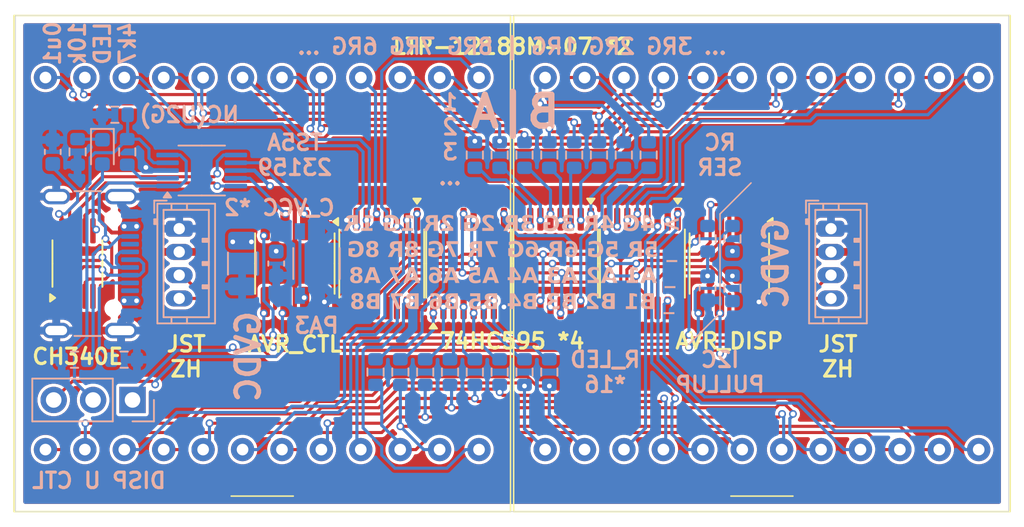
<source format=kicad_pcb>
(kicad_pcb (version 20241229) (generator "pcbnew") (generator_version "9.0")
  (layers (0 "F.Cu" signal) (2 "B.Cu" signal) (13 "F.Paste" user) (15 "B.Paste" user) (5 "F.SilkS" user "F.Silkscreen") (7 "B.SilkS" user "B.Silkscreen") (1 "F.Mask" user) (3 "B.Mask" user) (25 "Edge.Cuts" user))
  (net 0 "")
  (net 1 "GND")
  (net 2 "/SER")
  (net 3 "/V3")
  (net 4 "/COL7")
  (net 5 "/COL11")
  (net 6 "/COL15")
  (net 7 "/COL12")
  (net 8 "/COL4")
  (net 9 "/COL3")
  (net 10 "/ROW5")
  (net 11 "/ROW2")
  (net 12 "/COL16")
  (net 13 "/ROW7")
  (net 14 "/ROW4")
  (net 15 "/COL6")
  (net 16 "/COL1")
  (net 17 "/COL8")
  (net 18 "/ROW1")
  (net 19 "/COL14")
  (net 20 "/ROW3")
  (net 21 "/ROW8")
  (net 22 "/COL5")
  (net 23 "/COL2")
  (net 24 "/ROW6")
  (net 25 "/COL13")
  (net 26 "/COL10")
  (net 27 "/COL9")
  (net 28 "/ROW9")
  (net 29 "/ROW12")
  (net 30 "/ROW15")
  (net 31 "/ROW16")
  (net 32 "/ROW10")
  (net 33 "/ROW13")
  (net 34 "/ROW14")
  (net 35 "/ROW11")
  (net 36 "Net-(D3-K)")
  (net 37 "/TNOW")
  (net 38 "/SCL")
  (net 39 "VCC")
  (net 40 "/SDA")
  (net 41 "Net-(J3-CC2)")
  (net 42 "D-")
  (net 43 "D+")
  (net 44 "Net-(J3-CC1)")
  (net 47 "UPDI")
  (net 48 "UPDI_CTL")
  (net 49 "UPDI_DISP")
  (net 50 "Net-(U1-QH)")
  (net 51 "Net-(U1-QG)")
  (net 52 "Net-(U1-QF)")
  (net 53 "Net-(U1-QE)")
  (net 54 "Net-(U1-QD)")
  (net 55 "Net-(U1-QC)")
  (net 56 "Net-(U1-QB)")
  (net 57 "Net-(U1-QA)")
  (net 58 "Net-(U2-QH)")
  (net 59 "Net-(U2-QG)")
  (net 60 "Net-(U2-QF)")
  (net 61 "Net-(U2-QE)")
  (net 62 "Net-(U2-QD)")
  (net 63 "Net-(U2-QC)")
  (net 64 "Net-(U2-QB)")
  (net 65 "Net-(U2-QA)")
  (net 66 "/SERCLK")
  (net 67 "Net-(R20-Pad1)")
  (net 68 "BTN")
  (net 69 "Net-(U1-SER)")
  (net 71 "/OE#")
  (net 72 "/RCLK")
  (net 73 "Net-(U2-SER)")
  (net 74 "Net-(U3-SER)")
  (net 75 "/TXD_AVR")
  (net 76 "/RXD_AVR")
  (net 77 "/RXD_USB")
  (net 78 "/RTS#")
  (net 79 "/TXD_USB")
  (footprint "Library:LTP-12188M-08" (layer "F.Cu") (at 83.9 100)
    (property "Reference" "D1" (hide yes))
    (property "Value" "LTP-12188M-08" (hide yes))
  )
  (footprint "Package_SO:TSSOP-16_4.4x5mm_P0.65mm" (layer "F.Cu") (at 102.8 100 -90)
    (property "Reference" "U1" (hide yes))
    (property "Value" "74HC595" (hide yes))
  )
  (footprint "Package_SO:SOIC-8_3.9x4.9mm_P1.27mm" (layer "F.Cu") (at 114 100 -90)
    (property "Reference" "U5" (hide yes))
    (property "Value" "ATtiny202-SS" (hide yes))
  )
  (footprint "Library:LTP-12188M-08" (layer "F.Cu") (at 116.1 100)
    (property "Reference" "D2" (hide yes))
    (property "Value" "LTP-12188M-08" (hide yes))
  )
  (footprint "Package_SO:TSSOP-16_4.4x5mm_P0.65mm" (layer "F.Cu") (at 97.2 100 90)
    (property "Reference" "U2" (hide yes))
    (property "Value" "74HC595" (hide yes))
  )
  (footprint "Package_SO:SOIC-8_3.9x4.9mm_P1.27mm" (layer "F.Cu") (at 86 100 -90)
    (property "Reference" "U6" (hide yes))
    (property "Value" "ATtiny202-SS" (hide yes))
  )
  (footprint "Package_SO:TSSOP-16_4.4x5mm_P0.65mm" (layer "F.Cu") (at 91.6 100 -90)
    (property "Reference" "U3" (hide yes))
    (property "Value" "74HC595" (hide yes))
  )
  (footprint "Package_SO:TSSOP-16_4.4x5mm_P0.65mm" (layer "F.Cu") (at 108.4 100 -90)
    (property "Reference" "U4" (hide yes))
    (property "Value" "74HC595" (hide yes))
  )
  (footprint "Package_SO:MSOP-10_3x3mm_P0.5mm" (layer "F.Cu") (at 71.99 100 90)
    (property "Reference" "U8" (hide yes))
    (property "Value" "CH340E" (hide yes))
  )
  (footprint "Connector_USB:USB_C_Receptacle_GCT_USB4105-xx-A_16P_TopMnt_Horizontal" (layer "B.Cu") (at 71.7 100 90)
    (property "Reference" "J3" (hide yes))
    (property "Value" "USB_C_Receptacle_USB2.0_16P" (hide yes))
  )
  (footprint "Resistor_SMD:R_0603_1608Metric" (layer "B.Cu") (at 74.4 90.4)
    (property "Reference" "R24" (hide yes))
    (property "Value" "NC" (hide yes))
  )
  (footprint "Resistor_SMD:R_0603_1608Metric" (layer "B.Cu") (at 99.2 93 90)
    (property "Reference" "R7" (hide yes))
    (property "Value" "150R" (hide yes))
  )
  (footprint "Resistor_SMD:R_0603_1608Metric" (layer "B.Cu") (at 92.8 107 -90)
    (property "Reference" "R15" (hide yes))
    (property "Value" "150R" (hide yes))
  )
  (footprint "Resistor_SMD:R_0603_1608Metric" (layer "B.Cu") (at 114.2 98.4 -90)
    (property "Reference" "R18" (hide yes))
    (property "Value" "4k7" (hide yes))
  )
  (footprint "Resistor_SMD:R_0603_1608Metric" (layer "B.Cu") (at 75 106.2 180)
    (property "Reference" "R22" (hide yes))
    (property "Value" "4k7" (hide yes))
  )
  (footprint "Capacitor_SMD:C_0603_1608Metric" (layer "B.Cu") (at 112.6 101.6 -90)
    (property "Reference" "C1" (hide yes))
    (property "Value" "10n" (hide yes))
  )
  (footprint "Resistor_SMD:R_0603_1608Metric" (layer "B.Cu") (at 100.8 93 90)
    (property "Reference" "R6" (hide yes))
    (property "Value" "150R" (hide yes))
  )
  (footprint "Resistor_SMD:R_0603_1608Metric" (layer "B.Cu") (at 107.2 93 90)
    (property "Reference" "R2" (hide yes))
    (property "Value" "150R" (hide yes))
  )
  (footprint "Resistor_SMD:R_0603_1608Metric" (layer "B.Cu") (at 96 107 -90)
    (property "Reference" "R13" (hide yes))
    (property "Value" "150R" (hide yes))
  )
  (footprint "Capacitor_SMD:C_0603_1608Metric" (layer "B.Cu") (at 70.4 92.8 -90)
    (property "Reference" "C2" (hide yes))
    (property "Value" "0u1" (hide yes))
  )
  (footprint "Library:mcbeeringi_icon_10mm" (layer "B.Cu") (at 127 96 180)
    (property "Reference" "")
    (property "Value" "LOGO" (hide yes))
  )
  (footprint "Connector_JST:JST_ZH_B4B-ZR_1x04_P1.50mm_Vertical" (layer "B.Cu") (at 78.55 97.75 -90)
    (property "Reference" "J1" (hide yes))
    (property "Value" "I2C" (hide yes))
  )
  (footprint "Library:alps-skrp" (layer "B.Cu") (at 87.4 100 90)
    (property "Reference" "SW1" (hide yes))
    (property "Value" "SW_Push" (hide yes))
  )
  (footprint "Connector_PinHeader_2.54mm:PinHeader_1x03_P2.54mm_Vertical" (layer "B.Cu") (at 75.54 108.8 90)
    (property "Reference" "JP1" (hide yes))
    (property "Value" "UPDI" (hide yes))
  )
  (footprint "Resistor_SMD:R_0603_1608Metric" (layer "B.Cu") (at 97.6 107 -90)
    (property "Reference" "R12" (hide yes))
    (property "Value" "150R" (hide yes))
  )
  (footprint "Resistor_SMD:R_0603_1608Metric" (layer "B.Cu") (at 99.2 107 -90)
    (property "Reference" "R11" (hide yes))
    (property "Value" "150R" (hide yes))
  )
  (footprint "LED_SMD:LED_0603_1608Metric" (layer "B.Cu") (at 73.6 92.8 -90)
    (property "Reference" "D3" (hide yes))
    (property "Value" "LED_TNOW" (hide yes))
  )
  (footprint "Resistor_SMD:R_0603_1608Metric" (layer "B.Cu") (at 75.2 92.8 90)
    (property "Reference" "R20" (hide yes))
    (property "Value" "4k7" (hide yes))
  )
  (footprint "Resistor_SMD:R_0603_1608Metric" (layer "B.Cu") (at 104 93 90)
    (property "Reference" "R4" (hide yes))
    (property "Value" "150R" (hide yes))
  )
  (footprint "Resistor_SMD:R_0603_1608Metric" (layer "B.Cu") (at 71.8 106.2)
    (property "Reference" "R23" (hide yes))
    (property "Value" "4k7" (hide yes))
  )
  (footprint "Connector_JST:JST_ZH_B4B-ZR_1x04_P1.50mm_Vertical" (layer "B.Cu") (at 120.55 97.75 -90)
    (property "Reference" "J2" (hide yes))
    (property "Value" "I2C" (hide yes))
  )
  (footprint "Library:PCB.MCBEERINGI.DEV_small" (layer "B.Cu") (at 126.8 107 180)
    (property "Reference" "")
    (property "Value" "")
  )
  (footprint "Resistor_SMD:R_0603_1608Metric" (layer "B.Cu") (at 91.2 107 -90)
    (property "Reference" "R16" (hide yes))
    (property "Value" "150R" (hide yes))
  )
  (footprint "Capacitor_SMD:C_1206_3216Metric" (layer "B.Cu") (at 82.6 100 -90)
    (property "Reference" "C4" (hide yes))
    (property "Value" "100u" (hide yes))
  )
  (footprint "Resistor_SMD:R_0603_1608Metric" (layer "B.Cu") (at 112.6 98.4 -90)
    (property "Reference" "R17" (hide yes))
    (property "Value" "1k" (hide yes))
  )
  (footprint "Resistor_SMD:R_0603_1608Metric" (layer "B.Cu") (at 114.2 101.6 90)
    (property "Reference" "R19" (hide yes))
    (property "Value" "4k7" (hide yes))
  )
  (footprint "Package_SO:VSSOP-10_3x3mm_P0.5mm" (layer "B.Cu") (at 80 94)
    (property "Reference" "U7" (hide yes))
    (property "Value" "TS5A23159DGS" (hide yes))
  )
  (footprint "Resistor_SMD:R_0603_1608Metric" (layer "B.Cu") (at 102.4 107 -90)
    (property "Reference" "R9" (hide yes))
    (property "Value" "150R" (hide yes))
  )
  (footprint "Resistor_SMD:R_0603_1608Metric" (layer "B.Cu") (at 72 92.8 90)
    (property "Reference" "R21" (hide yes))
    (property "Value" "R_TNOW" (hide yes))
  )
  (footprint "Resistor_SMD:R_0603_1608Metric" (layer "B.Cu") (at 105.6 93 90)
    (property "Reference" "R3" (hide yes))
    (property "Value" "150R" (hide yes))
  )
  (footprint "Capacitor_SMD:C_0603_1608Metric" (layer "B.Cu") (at 84.8 100 -90)
    (property "Reference" "C3" (hide yes))
    (property "Value" "1u" (hide yes))
  )
  (footprint "Resistor_SMD:R_0603_1608Metric" (layer "B.Cu") (at 102.4 93 90)
    (property "Reference" "R5" (hide yes))
    (property "Value" "150R" (hide yes))
  )
  (footprint "Resistor_SMD:R_0603_1608Metric" (layer "B.Cu") (at 97.6 93 90)
    (property "Reference" "R8" (hide yes))
    (property "Value" "150R" (hide yes))
  )
  (footprint "Resistor_SMD:R_0603_1608Metric" (layer "B.Cu") (at 108.8 93 90)
    (property "Reference" "R1" (hide yes))
    (property "Value" "150R" (hide yes))
  )
  (footprint "Resistor_SMD:R_0603_1608Metric" (layer "B.Cu") (at 94.4 107 -90)
    (property "Reference" "R14" (hide yes))
    (property "Value" "150R" (hide yes))
  )
  (footprint "Resistor_SMD:R_0603_1608Metric" (layer "B.Cu") (at 100.8 107 -90)
    (property "Reference" "R10" (hide yes))
    (property "Value" "150R" (hide yes))
  )
  (gr_line (start 113.4 96.8) (end 113.4 103.2) (stroke (width 0.1)) (layer "B.SilkS"))
  (gr_line (start 113.4 103.2) (end 111.4 105.2) (stroke (width 0.1)) (layer "B.SilkS"))
  (gr_line (start 113.4 96.8) (end 115.4 94.8) (stroke (width 0.1)) (layer "B.SilkS"))
  (gr_line (start 132 116) (end 132 84) (stroke (width 0.05)) (layer "Edge.Cuts"))
  (gr_line (start 68 116) (end 132 116) (stroke (width 0.05)) (layer "Edge.Cuts"))
  (gr_line (start 132 84) (end 68 84) (stroke (width 0.05)) (layer "Edge.Cuts"))
  (gr_line (start 68 84) (end 68 116) (stroke (width 0.05)) (layer "Edge.Cuts"))
  (gr_text "74HC595 *4" (at 100 105 0) (layer "F.SilkS") (effects (font (size 1 1) (thickness 0.2) (bold yes))))
  (gr_text "JST\nZH" (at 121 106 0) (layer "F.SilkS") (effects (font (size 1 1) (thickness 0.2) (bold yes))))
  (gr_text "CH340E" (at 72 106 0) (layer "F.SilkS") (effects (font (size 1 1) (thickness 0.2) (bold yes))))
  (gr_text "JST\nZH" (at 79 106 0) (layer "F.SilkS") (effects (font (size 1 1) (thickness 0.2) (bold yes))))
  (gr_text "AVR_CTL" (at 86 105.2 0) (layer "F.SilkS") (effects (font (size 1 1) (thickness 0.2) (bold yes))))
  (gr_text "LTP-12188M-07 *2" (at 100 86 0) (layer "F.SilkS") (effects (font (size 1 1) (thickness 0.2) (bold yes))))
  (gr_text "AVR_DISP" (at 114 105 0) (layer "F.SilkS") (effects (font (size 1 1) (thickness 0.2) (bold yes))))
  (gr_text "RC\nSER" (at 113.4 93 0) (layer "B.SilkS") (effects (font (size 1 1) (thickness 0.2) (bold yes)) (justify mirror)))
  (gr_text "GVDC" (at 83 106 90) (layer "B.SilkS") (effects (font (size 1.5 1.5) (thickness 0.3) (bold yes)) (justify mirror)))
  (gr_text "0u1\n10k\nLED\n4k7" (at 72.8 85.8 90) (layer "B.SilkS") (effects (font (size 1 1) (thickness 0.2) (bold yes)) (justify mirror)))
  (gr_text "> 4G 4R 3G 3R 2G 2R 1G 1R\n_ 5R 5G 6R 6G 7R 7G 8R 8G\n_ A1 A2 A3 A4 A5 A6 A7 A8\n_ B1 B2 B3 B4 B5 B6 B7 B8" (at 100 100 0) (layer "B.SilkS") (effects (font (size 1 1) (thickness 0.2) (bold yes)) (justify mirror)))
  (gr_text "NC(U2G)" (at 79.2 90.4 0) (layer "B.SilkS") (effects (font (size 1 1) (thickness 0.2) (bold yes)) (justify mirror)))
  (gr_text "... 3RG 2RG 1RG | 8RG 7RG 6RG ..." (at 100 86 0) (layer "B.SilkS") (effects (font (size 1 1) (thickness 0.2) (bold yes)) (justify mirror)))
  (gr_text "PA3" (at 87.4 104 0) (layer "B.SilkS") (effects (font (size 1 1) (thickness 0.2) (bold yes)) (justify mirror)))
  (gr_text "DISP U CTL " (at 73 114 0) (layer "B.SilkS") (effects (font (size 1 1) (thickness 0.2) (bold yes)) (justify mirror)))
  (gr_text "1\n2\n3\n..." (at 96 92 0) (layer "B.SilkS") (effects (font (size 1 1) (thickness 0.2) (bold yes)) (justify mirror)))
  (gr_text "GVDC" (at 117 100 90) (layer "B.SilkS") (effects (font (size 1.5 1.5) (thickness 0.3) (bold yes)) (justify mirror)))
  (gr_text "B|A" (at 100.2 90.2 0) (layer "B.SilkS") (effects (font (size 2 2) (thickness 0.4) (bold yes)) (justify mirror)))
  (gr_text "R_LED\n*16" (at 106 107 0) (layer "B.SilkS") (effects (font (size 1 1) (thickness 0.2) (bold yes)) (justify mirror)))
  (gr_text "I2C\nPULLUP" (at 113.4 107 0) (layer "B.SilkS") (effects (font (size 1 1) (thickness 0.2) (bold yes)) (justify mirror)))
  (gr_text "TS5A\n23159" (at 86 93 0) (layer "B.SilkS") (effects (font (size 1 1) (thickness 0.2) (bold yes)) (justify mirror)))
  (gr_text "C_VCC *2" (at 85 96.4 0) (layer "B.SilkS") (effects (font (size 1 1) (thickness 0.2) (bold yes)) (justify mirror)))
  (via (at 87.905 102.475) (size 0.5) (drill 0.3) (layers "F.Cu" "B.Cu") (net 1))
  (via (at 99.475 102.8) (size 0.5) (drill 0.3) (layers "F.Cu" "B.Cu") (net 1))
  (via (at 76.4 93.8) (size 0.5) (drill 0.3) (layers "F.Cu" "B.Cu") (net 1))
  (via (at 100.525 97.2) (size 0.5) (drill 0.3) (layers "F.Cu" "B.Cu") (net 1))
  (via (at 115.905 102.475) (size 0.5) (drill 0.3) (layers "F.Cu" "B.Cu") (net 1))
  (via (at 106.074997 98) (size 0.5) (drill 0.3) (layers "F.Cu" "B.Cu") (net 1))
  (via (at 89.325 97.2) (size 0.5) (drill 0.3) (layers "F.Cu" "B.Cu") (net 1))
  (segment (start 74.805 103.775) (end 75.38 103.2) (width 0.5) (layer "B.Cu") (net 1))
  (segment (start 74.805 96.225) (end 75.38 96.8) (width 0.5) (layer "B.Cu") (net 1))
  (segment (start 74.805 104.32) (end 74.805 103.775) (width 0.5) (layer "B.Cu") (net 1))
  (segment (start 74.805 95.68) (end 74.805 96.225) (width 0.5) (layer "B.Cu") (net 1))
  (segment (start 112.4 100.6) (end 109.8 100.6) (width 0.2) (layer "F.Cu") (net 2))
  (segment (start 109.8 100.6) (end 109.375 101.025) (width 0.2) (layer "F.Cu") (net 2))
  (segment (start 109.375 101.025) (end 109.375 102.8625) (width 0.2) (layer "F.Cu") (net 2))
  (segment (start 112.6 100.8) (end 112.4 100.6) (width 0.2) (layer "F.Cu") (net 2))
  (via (at 112.6 100.8) (size 0.5) (drill 0.3) (layers "F.Cu" "B.Cu") (net 2))
  (segment (start 112.6 100.825) (end 112.6 99.225) (width 0.2) (layer "B.Cu") (net 2))
  (segment (start 70.99 96.99) (end 70.8 96.8) (width 0.2) (layer "F.Cu") (net 3))
  (segment (start 70.99 97.8875) (end 70.99 96.99) (width 0.2) (layer "F.Cu") (net 3))
  (via (at 70.8 96.8) (size 0.5) (drill 0.3) (layers "F.Cu" "B.Cu") (net 3))
  (segment (start 70.8 96.8) (end 71.2 96.8) (width 0.2) (layer "B.Cu") (net 3))
  (segment (start 72 96) (end 72 95.4) (width 0.2) (layer "B.Cu") (net 3))
  (segment (start 70.4 93.8) (end 70.4 93.575) (width 0.2) (layer "B.Cu") (net 3))
  (segment (start 71.2 96.8) (end 72 96) (width 0.2) (layer "B.Cu") (net 3))
  (segment (start 72 95.4) (end 70.4 93.8) (width 0.2) (layer "B.Cu") (net 3))
  (segment (start 117.2 90.3) (end 118.4 89.1) (width 0.2) (layer "F.Cu") (net 4))
  (segment (start 107.7 91.1) (end 110 91.1) (width 0.2) (layer "F.Cu") (net 4))
  (segment (start 125.4 89.1) (end 126.5 88) (width 0.2) (layer "F.Cu") (net 4))
  (segment (start 126.5 88) (end 127.53 88) (width 0.2) (layer "F.Cu") (net 4))
  (segment (start 99.4 92.3) (end 106.5 92.3) (width 0.2) (layer "F.Cu") (net 4))
  (segment (start 110 91.1) (end 110.8 90.3) (width 0.2) (layer "F.Cu") (net 4))
  (segment (start 106.5 92.3) (end 107.7 91.1) (width 0.2) (layer "F.Cu") (net 4))
  (segment (start 99.2 92.1) (end 99.4 92.3) (width 0.2) (layer "F.Cu") (net 4))
  (segment (start 118.4 89.1) (end 125.4 89.1) (width 0.2) (layer "F.Cu") (net 4))
  (segment (start 110.8 90.3) (end 117.2 90.3) (width 0.2) (layer "F.Cu") (net 4))
  (via (at 99.2 92.1) (size 0.5) (drill 0.3) (layers "F.Cu" "B.Cu") (net 4))
  (segment (start 99.2 92.1) (end 99.2 91) (width 0.2) (layer "B.Cu") (net 4))
  (segment (start 96.2 88) (end 95.33 88) (width 0.2) (layer "B.Cu") (net 4))
  (segment (start 99.2 91) (end 96.2 88) (width 0.2) (layer "B.Cu") (net 4))
  (segment (start 109.6 108.1) (end 110 108.1) (width 0.2) (layer "F.Cu") (net 5))
  (segment (start 87.7 109.3) (end 91.4 109.3) (width 0.2) (layer "F.Cu") (net 5))
  (segment (start 99 108.1) (end 99.2 108.3) (width 0.2) (layer "F.Cu") (net 5))
  (segment (start 99.2 108.3) (end 99.4 108.5) (width 0.2) (layer "F.Cu") (net 5))
  (segment (start 86.7 110.3) (end 87.7 109.3) (width 0.2) (layer "F.Cu") (net 5))
  (segment (start 80.5 110.3) (end 86.7 110.3) (width 0.2) (layer "F.Cu") (net 5))
  (segment (start 109.2 108.5) (end 109.6 108.1) (width 0.2) (layer "F.Cu") (net 5))
  (segment (start 91.4 109.3) (end 92.6 108.1) (width 0.2) (layer "F.Cu") (net 5))
  (segment (start 110.5 108.6) (end 110.5 108.7) (width 0.2) (layer "F.Cu") (net 5))
  (segment (start 110 108.1) (end 110.5 108.6) (width 0.2) (layer "F.Cu") (net 5))
  (segment (start 92.6 108.1) (end 99 108.1) (width 0.2) (layer "F.Cu") (net 5))
  (segment (start 99.4 108.5) (end 109.2 108.5) (width 0.2) (layer "F.Cu") (net 5))
  (via (at 99.2 108.3) (size 0.5) (drill 0.3) (layers "F.Cu" "B.Cu") (net 5))
  (via (at 80.5 110.3) (size 0.5) (drill 0.3) (layers "F.Cu" "B.Cu") (net 5))
  (via (at 110.5 108.7) (size 0.5) (drill 0.3) (layers "F.Cu" "B.Cu") (net 5))
  (segment (start 110.3 111) (end 111.3 112) (width 0.2) (layer "B.Cu") (net 5))
  (segment (start 99.2 108.3) (end 99.2 107.825) (width 0.2) (layer "B.Cu") (net 5))
  (segment (start 110.5 108.7) (end 110.5 108.8) (width 0.2) (layer "B.Cu") (net 5))
  (segment (start 111.3 112) (end 112.29 112) (width 0.2) (layer "B.Cu") (net 5))
  (segment (start 110.5 108.8) (end 110.3 109) (width 0.2) (layer "B.Cu") (net 5))
  (segment (start 110.3 109) (end 110.3 111) (width 0.2) (layer "B.Cu") (net 5))
  (segment (start 80.5 110.3) (end 80.5 111.59) (width 0.2) (layer "B.Cu") (net 5))
  (segment (start 80.5 111.59) (end 80.09 112) (width 0.2) (layer "B.Cu") (net 5))
  (segment (start 92.8 110.5) (end 125 110.5) (width 0.2) (layer "F.Cu") (net 6))
  (segment (start 126.5 112) (end 127.53 112) (width 0.2) (layer "F.Cu") (net 6))
  (segment (start 125 110.5) (end 126.5 112) (width 0.2) (layer "F.Cu") (net 6))
  (via (at 92.8 110.5) (size 0.5) (drill 0.3) (layers "F.Cu" "B.Cu") (net 6))
  (segment (start 94.3 112) (end 95.33 112) (width 0.2) (layer "B.Cu") (net 6))
  (segment (start 92.8 110.5) (end 92.8 107.825) (width 0.2) (layer "B.Cu") (net 6))
  (segment (start 92.8 110.5) (end 94.3 112) (width 0.2) (layer "B.Cu") (net 6))
  (segment (start 109.6 108.9) (end 109.8 108.7) (width 0.2) (layer "F.Cu") (net 7))
  (segment (start 86.7 110.9) (end 79.7 110.9) (width 0.2) (layer "F.Cu") (net 7))
  (segment (start 97.8 108.9) (end 109.6 108.9) (width 0.2) (layer "F.Cu") (net 7))
  (segment (start 87.9 109.7) (end 86.7 110.9) (width 0.2) (layer "F.Cu") (net 7))
  (segment (start 97.6 108.7) (end 92.6 108.7) (width 0.2) (layer "F.Cu") (net 7))
  (segment (start 97.6 108.7) (end 97.8 108.9) (width 0.2) (layer "F.Cu") (net 7))
  (segment (start 92.6 108.7) (end 91.6 109.7) (width 0.2) (layer "F.Cu") (net 7))
  (segment (start 79.7 110.9) (end 78.6 112) (width 0.2) (layer "F.Cu") (net 7))
  (segment (start 78.6 112) (end 77.55 112) (width 0.2) (layer "F.Cu") (net 7))
  (segment (start 91.6 109.7) (end 87.9 109.7) (width 0.2) (layer "F.Cu") (net 7))
  (via (at 97.6 108.7) (size 0.5) (drill 0.3) (layers "F.Cu" "B.Cu") (net 7))
  (via (at 109.8 108.7) (size 0.5) (drill 0.3) (layers "F.Cu" "B.Cu") (net 7))
  (segment (start 97.6 108.7) (end 97.6 107.825) (width 0.2) (layer "B.Cu") (net 7))
  (segment (start 109.9 111.85) (end 109.75 112) (width 0.2) (layer "B.Cu") (net 7))
  (segment (start 109.8 108.7) (end 109.9 108.8) (width 0.2) (layer "B.Cu") (net 7))
  (segment (start 109.9 108.8) (end 109.9 111.85) (width 0.2) (layer "B.Cu") (net 7))
  (segment (start 105.802 91.098) (end 107.2 89.7) (width 0.2) (layer "F.Cu") (net 8))
  (segment (start 103.8 90.7) (end 80.5 90.7) (width 0.2) (layer "F.Cu") (net 8))
  (segment (start 80.3 90.9) (end 79.9 90.9) (width 0.2) (layer "F.Cu") (net 8))
  (segment (start 79.389997 90.389997) (end 79.389997 90.3) (width 0.2) (layer "F.Cu") (net 8))
  (segment (start 104.198 91.098) (end 105.802 91.098) (width 0.2) (layer "F.Cu") (net 8))
  (segment (start 80.5 90.7) (end 80.3 90.9) (width 0.2) (layer "F.Cu") (net 8))
  (segment (start 107.2 89.7) (end 109.4 89.7) (width 0.2) (layer "F.Cu") (net 8))
  (segment (start 104 90.9) (end 104.198 91.098) (width 0.2) (layer "F.Cu") (net 8))
  (segment (start 79.9 90.9) (end 79.389997 90.389997) (width 0.2) (layer "F.Cu") (net 8))
  (segment (start 104 90.9) (end 103.8 90.7) (width 0.2) (layer "F.Cu") (net 8))
  (via (at 109.4 89.7) (size 0.5) (drill 0.3) (layers "F.Cu" "B.Cu") (net 8))
  (via (at 104 90.9) (size 0.5) (drill 0.3) (layers "F.Cu" "B.Cu") (net 8))
  (via (at 79.389997 90.3) (size 0.5) (drill 0.3) (layers "F.Cu" "B.Cu") (net 8))
  (segment (start 79.4 90.289997) (end 79.4 90.2) (width 0.2) (layer "B.Cu") (net 8))
  (segment (start 79.389997 90.3) (end 79.4 90.289997) (width 0.2) (layer "B.Cu") (net 8))
  (segment (start 109.4 89.7) (end 109.4 88.35) (width 0.2) (layer "B.Cu") (net 8))
  (segment (start 79.6 90) (end 79.6 89) (width 0.2) (layer "B.Cu") (net 8))
  (segment (start 109.4 88.35) (end 109.75 88) (width 0.2) (layer "B.Cu") (net 8))
  (segment (start 79.4 90.2) (end 79.6 90) (width 0.2) (layer "B.Cu") (net 8))
  (segment (start 79.6 89) (end 78.6 88) (width 0.2) (layer "B.Cu") (net 8))
  (segment (start 104 92.175) (end 104 90.9) (width 0.2) (layer "B.Cu") (net 8))
  (segment (start 78.6 88) (end 77.55 88) (width 0.2) (layer "B.Cu") (net 8))
  (segment (start 105.4 90.3) (end 105.6 90.5) (width 0.2) (layer "F.Cu") (net 9))
  (segment (start 110.2 89.1) (end 111.3 88) (width 0.2) (layer "F.Cu") (net 9))
  (segment (start 111.3 88) (end 112.29 88) (width 0.2) (layer "F.Cu") (net 9))
  (segment (start 105.6 90.5) (end 107 89.1) (width 0.2) (layer "F.Cu") (net 9))
  (segment (start 107 89.1) (end 110.2 89.1) (width 0.2) (layer "F.Cu") (net 9))
  (segment (start 80.1 90.3) (end 105.4 90.3) (width 0.2) (layer "F.Cu") (net 9))
  (via (at 80.1 90.3) (size 0.5) (drill 0.3) (layers "F.Cu" "B.Cu") (net 9))
  (via (at 105.6 90.5) (size 0.5) (drill 0.3) (layers "F.Cu" "B.Cu") (net 9))
  (segment (start 105.6 90.5) (end 105.6 92.175) (width 0.2) (layer "B.Cu") (net 9))
  (segment (start 80 88.09) (end 80.09 88) (width 0.2) (layer "B.Cu") (net 9))
  (segment (start 80 90.2) (end 80 88.09) (width 0.2) (layer "B.Cu") (net 9))
  (segment (start 80.1 90.3) (end 80 90.2) (width 0.2) (layer "B.Cu") (net 9))
  (via (at 92.575 97.6) (size 0.5) (drill 0.3) (layers "F.Cu" "B.Cu") (net 10))
  (segment (start 78.4 109.6) (end 76 112) (width 0.2) (layer "B.Cu") (net 10))
  (segment (start 89.2 108.6) (end 88.6 109.2) (width 0.2) (layer "B.Cu") (net 10))
  (segment (start 91.8 103.4) (end 91 104.2) (width 0.2) (layer "B.Cu") (net 10))
  (segment (start 76 112) (end 75.01 112) (width 0.2) (layer "B.Cu") (net 10))
  (segment (start 85.4 109.6) (end 78.4 109.6) (width 0.2) (layer "B.Cu") (net 10))
  (segment (start 90 104.2) (end 89.2 105) (width 0.2) (layer "B.Cu") (net 10))
  (segment (start 92.575 97.6) (end 92.7875 97.6) (width 0.2) (layer "B.Cu") (net 10))
  (segment (start 89.2 105) (end 89.2 108.6) (width 0.2) (layer "B.Cu") (net 10))
  (segment (start 91.8 101.8) (end 91.8 103.4) (width 0.2) (layer "B.Cu") (net 10))
  (segment (start 93 97.8125) (end 93 100.6) (width 0.2) (layer "B.Cu") (net 10))
  (segment (start 88.6 109.2) (end 85.8 109.2) (width 0.2) (layer "B.Cu") (net 10))
  (segment (start 85.8 109.2) (end 85.4 109.6) (width 0.2) (layer "B.Cu") (net 10))
  (segment (start 92.7875 97.6) (end 93 97.8125) (width 0.2) (layer "B.Cu") (net 10))
  (segment (start 91 104.2) (end 90 104.2) (width 0.2) (layer "B.Cu") (net 10))
  (segment (start 93 100.6) (end 91.8 101.8) (width 0.2) (layer "B.Cu") (net 10))
  (via (at 90.625 97.2) (size 0.5) (drill 0.3) (layers "F.Cu" "B.Cu") (net 11))
  (segment (start 90.799 96.399) (end 90.8 96.4) (width 0.2) (layer "B.Cu") (net 11))
  (segment (start 90.625 96.575) (end 90.625 97.2) (width 0.2) (layer "B.Cu") (net 11))
  (segment (start 82.63 88) (end 82.8 88) (width 0.2) (layer "B.Cu") (net 11))
  (segment (start 90.8 92.6) (end 90.799 92.601) (width 0.2) (layer "B.Cu") (net 11))
  (segment (start 90.2 92) (end 90.8 92.6) (width 0.2) (layer "B.Cu") (net 11))
  (segment (start 90.8 96.4) (end 90.625 96.575) (width 0.2) (layer "B.Cu") (net 11))
  (segment (start 90.799 92.601) (end 90.799 96.399) (width 0.2) (layer "B.Cu") (net 11))
  (segment (start 86.8 92) (end 90.2 92) (width 0.2) (layer "B.Cu") (net 11))
  (segment (start 82.8 88) (end 86.8 92) (width 0.2) (layer "B.Cu") (net 11))
  (segment (start 93.8 112) (end 94.9 110.9) (width 0.2) (layer "F.Cu") (net 12))
  (segment (start 122.9 110.9) (end 124 112) (width 0.2) (layer "F.Cu") (net 12))
  (segment (start 94.9 110.9) (end 122.9 110.9) (width 0.2) (layer "F.Cu") (net 12))
  (segment (start 92.79 112) (end 93.8 112) (width 0.2) (layer "F.Cu") (net 12))
  (segment (start 124 112) (end 124.99 112) (width 0.2) (layer "F.Cu") (net 12))
  (segment (start 91.6 108) (end 91.6 110.436133) (width 0.2) (layer "B.Cu") (net 12))
  (segment (start 92.79 111.626133) (end 92.79 112) (width 0.2) (layer "B.Cu") (net 12))
  (segment (start 91.2 107.825) (end 91.425 107.825) (width 0.2) (layer "B.Cu") (net 12))
  (segment (start 91.425 107.825) (end 91.6 108) (width 0.2) (layer "B.Cu") (net 12))
  (segment (start 91.6 110.436133) (end 92.79 111.626133) (width 0.2) (layer "B.Cu") (net 12))
  (via (at 93.875 96.8) (size 0.5) (drill 0.3) (layers "F.Cu" "B.Cu") (net 13))
  (segment (start 90 111.75) (end 90.25 112) (width 0.2) (layer "B.Cu") (net 13))
  (segment (start 93.8 96.875) (end 93.8 101) (width 0.2) (layer "B.Cu") (net 13))
  (segment (start 90.0329 105.4) (end 90 105.4) (width 0.2) (layer "B.Cu") (net 13))
  (segment (start 90.4329 105) (end 90.0329 105.4) (width 0.2) (layer "B.Cu") (net 13))
  (segment (start 93.8 101) (end 92.6 102.2) (width 0.2) (layer "B.Cu") (net 13))
  (segment (start 93.875 96.8) (end 93.8 96.875) (width 0.2) (layer "B.Cu") (net 13))
  (segment (start 92.6 103.8) (end 91.4 105) (width 0.2) (layer "B.Cu") (net 13))
  (segment (start 90 105.4) (end 90 111.75) (width 0.2) (layer "B.Cu") (net 13))
  (segment (start 92.6 102.2) (end 92.6 103.8) (width 0.2) (layer "B.Cu") (net 13))
  (segment (start 91.4 105) (end 90.4329 105) (width 0.2) (layer "B.Cu") (net 13))
  (via (at 91.925 97.2) (size 0.5) (drill 0.3) (layers "F.Cu" "B.Cu") (net 14))
  (segment (start 91.6 87.6) (end 92.4 86.8) (width 0.2) (layer "B.Cu") (net 14))
  (segment (start 91.925 96.670768) (end 91.6 96.345768) (width 0.2) (layer "B.Cu") (net 14))
  (segment (start 96.67 86.8) (end 97.87 88) (width 0.2) (layer "B.Cu") (net 14))
  (segment (start 91.6 96.345768) (end 91.6 87.6) (width 0.2) (layer "B.Cu") (net 14))
  (segment (start 92.4 86.8) (end 96.67 86.8) (width 0.2) (layer "B.Cu") (net 14))
  (segment (start 91.925 97.2) (end 91.925 96.670768) (width 0.2) (layer "B.Cu") (net 14))
  (segment (start 88.3 91.5) (end 87.9 91.9) (width 0.2) (layer "F.Cu") (net 15))
  (segment (start 109.801 90.699) (end 110.8 89.7) (width 0.2) (layer "F.Cu") (net 15))
  (segment (start 100.8 91.7) (end 100.999 91.899) (width 0.2) (layer "F.Cu") (net 15))
  (segment (start 87.5 91.9) (end 87 91.4) (width 0.2) (layer "F.Cu") (net 15))
  (segment (start 110.8 89.7) (end 117 89.7) (width 0.2) (layer "F.Cu") (net 15))
  (segment (start 106.275956 91.899) (end 107.475956 90.699) (width 0.2) (layer "F.Cu") (net 15))
  (segment (start 100.999 91.899) (end 106.275956 91.899) (width 0.2) (layer "F.Cu") (net 15))
  (segment (start 107.475956 90.699) (end 109.801 90.699) (width 0.2) (layer "F.Cu") (net 15))
  (segment (start 87.9 91.9) (end 87.5 91.9) (width 0.2) (layer "F.Cu") (net 15))
  (segment (start 100.8 91.7) (end 100.6 91.5) (width 0.2) (layer "F.Cu") (net 15))
  (segment (start 87 91.4) (end 87 91.3) (width 0.2) (layer "F.Cu") (net 15))
  (segment (start 100.6 91.5) (end 88.3 91.5) (width 0.2) (layer "F.Cu") (net 15))
  (via (at 87 91.3) (size 0.5) (drill 0.3) (layers "F.Cu" "B.Cu") (net 15))
  (via (at 100.8 91.7) (size 0.5) (drill 0.3) (layers "F.Cu" "B.Cu") (net 15))
  (via (at 117 89.7) (size 0.5) (drill 0.3) (layers "F.Cu" "B.Cu") (net 15))
  (segment (start 117 89.7) (end 117 88.37) (width 0.2) (layer "B.Cu") (net 15))
  (segment (start 87.2 89) (end 86.2 88) (width 0.2) (layer "B.Cu") (net 15))
  (segment (start 87.2 91) (end 87.2 89) (width 0.2) (layer "B.Cu") (net 15))
  (segment (start 117 88.37) (end 117.37 88) (width 0.2) (layer "B.Cu") (net 15))
  (segment (start 86.2 88) (end 85.17 88) (width 0.2) (layer "B.Cu") (net 15))
  (segment (start 100.8 91.7) (end 100.8 92.175) (width 0.2) (layer "B.Cu") (net 15))
  (segment (start 87 91.3) (end 87 91.2) (width 0.2) (layer "B.Cu") (net 15))
  (segment (start 87 91.2) (end 87.2 91) (width 0.2) (layer "B.Cu") (net 15))
  (segment (start 72.4 89.1) (end 102.6 89.1) (width 0.2) (layer "F.Cu") (net 16))
  (segment (start 102.6 89.1) (end 103.7 88) (width 0.2) (layer "F.Cu") (net 16))
  (segment (start 103.7 88) (end 104.67 88) (width 0.2) (layer "F.Cu") (net 16))
  (via (at 72.4 89.1) (size 0.5) (drill 0.3) (layers "F.Cu" "B.Cu") (net 16))
  (segment (start 108.8 91.2) (end 108.8 92.175) (width 0.2) (layer "B.Cu") (net 16))
  (segment (start 105.6 88) (end 108.8 91.2) (width 0.2) (layer "B.Cu") (net 16))
  (segment (start 104.67 88) (end 105.6 88) (width 0.2) (layer "B.Cu") (net 16))
  (segment (start 72.3 89) (end 72.3 88.17) (width 0.2) (layer "B.Cu") (net 16))
  (segment (start 72.3 88.17) (end 72.47 88) (width 0.2) (layer "B.Cu") (net 16))
  (segment (start 72.4 89.1) (end 72.3 89) (width 0.2) (layer "B.Cu") (net 16))
  (segment (start 118.4 89.7) (end 117.4 90.7) (width 0.2) (layer "F.Cu") (net 17))
  (segment (start 117.4 90.7) (end 111 90.7) (width 0.2) (layer "F.Cu") (net 17))
  (segment (start 124.9 89.7) (end 118.4 89.7) (width 0.2) (layer "F.Cu") (net 17))
  (segment (start 99 92.7) (end 98.4 92.1) (width 0.2) (layer "F.Cu") (net 17))
  (segment (start 110.2 91.5) (end 107.9 91.5) (width 0.2) (layer "F.Cu") (net 17))
  (segment (start 106.7 92.7) (end 99 92.7) (width 0.2) (layer "F.Cu") (net 17))
  (segment (start 107.9 91.5) (end 106.7 92.7) (width 0.2) (layer "F.Cu") (net 17))
  (segment (start 98.4 92.1) (end 97.6 92.1) (width 0.2) (layer "F.Cu") (net 17))
  (segment (start 111 90.7) (end 110.2 91.5) (width 0.2) (layer "F.Cu") (net 17))
  (via (at 97.6 92.1) (size 0.5) (drill 0.3) (layers "F.Cu" "B.Cu") (net 17))
  (via (at 124.9 89.7) (size 0.5) (drill 0.3) (layers "F.Cu" "B.Cu") (net 17))
  (segment (start 124.9 89.7) (end 124.9 88.09) (width 0.2) (layer "B.Cu") (net 17))
  (segment (start 93.8 88) (end 97.6 91.8) (width 0.2) (layer "B.Cu") (net 17))
  (segment (start 124.9 88.09) (end 124.99 88) (width 0.2) (layer "B.Cu") (net 17))
  (segment (start 97.6 92.1) (end 97.6 92.175) (width 0.2) (layer "B.Cu") (net 17))
  (segment (start 97.6 91.8) (end 97.6 92.1) (width 0.2) (layer "B.Cu") (net 17))
  (segment (start 92.79 88) (end 93.8 88) (width 0.2) (layer "B.Cu") (net 17))
  (via (at 89.975 97.6) (size 0.5) (drill 0.3) (layers "F.Cu" "B.Cu") (net 18))
  (segment (start 76 88) (end 75.01 88) (width 0.2) (layer "B.Cu") (net 18))
  (segment (start 90.398 96.202) (end 90 96.6) (width 0.2) (layer "B.Cu") (net 18))
  (segment (start 90.398 92.798) (end 90.398 96.202) (width 0.2) (layer "B.Cu") (net 18))
  (segment (start 79 91) (end 76 88) (width 0.2) (layer "B.Cu") (net 18))
  (segment (start 90 97.575) (end 89.975 97.6) (width 0.2) (layer "B.Cu") (net 18))
  (segment (start 86.6 92.4) (end 90 92.4) (width 0.2) (layer "B.Cu") (net 18))
  (segment (start 86.6 92.4) (end 85.2 91) (width 0.2) (layer "B.Cu") (net 18))
  (segment (start 90 92.4) (end 90.398 92.798) (width 0.2) (layer "B.Cu") (net 18))
  (segment (start 85.2 91) (end 79 91) (width 0.2) (layer "B.Cu") (net 18))
  (segment (start 90 96.6) (end 90 97.575) (width 0.2) (layer "B.Cu") (net 18))
  (segment (start 86.2 112) (end 85.17 112) (width 0.2) (layer "F.Cu") (net 19))
  (segment (start 117.4 109.7) (end 117.2 109.9) (width 0.2) (layer "F.Cu") (net 19))
  (segment (start 87.3 110.9) (end 86.2 112) (width 0.2) (layer "F.Cu") (net 19))
  (segment (start 91.6 110.9) (end 87.3 110.9) (width 0.2) (layer "F.Cu") (net 19))
  (segment (start 117.2 109.9) (end 92.6 109.9) (width 0.2) (layer "F.Cu") (net 19))
  (segment (start 92.6 109.9) (end 91.6 110.9) (width 0.2) (layer "F.Cu") (net 19))
  (via (at 117.4 109.7) (size 0.5) (drill 0.3) (layers "F.Cu" "B.Cu") (net 19))
  (via (at 94.4 109.9) (size 0.5) (drill 0.3) (layers "F.Cu" "B.Cu") (net 19))
  (segment (start 117.4 109.7) (end 117.5 109.8) (width 0.2) (layer "B.Cu") (net 19))
  (segment (start 117.5 109.8) (end 117.5 111.87) (width 0.2) (layer "B.Cu") (net 19))
  (segment (start 94.4 109.9) (end 94.4 107.825) (width 0.2) (layer "B.Cu") (net 19))
  (segment (start 117.5 111.87) (end 117.37 112) (width 0.2) (layer "B.Cu") (net 19))
  (via (at 91.275 96.8) (size 0.5) (drill 0.3) (layers "F.Cu" "B.Cu") (net 20))
  (segment (start 91.2 96.725) (end 91.2 88.95) (width 0.2) (layer "B.Cu") (net 20))
  (segment (start 91.275 96.8) (end 91.2 96.725) (width 0.2) (layer "B.Cu") (net 20))
  (segment (start 91.2 88.95) (end 90.25 88) (width 0.2) (layer "B.Cu") (net 20))
  (via (at 93.225 102.4) (size 0.5) (drill 0.3) (layers "F.Cu" "B.Cu") (net 21))
  (segment (start 91.6 112.348169) (end 91.6 111.8) (width 0.2) (layer "B.Cu") (net 21))
  (segment (start 91.6 111.8) (end 90.4 110.6) (width 0.2) (layer "B.Cu") (net 21))
  (segment (start 93 104) (end 93 102.625) (width 0.2) (layer "B.Cu") (net 21))
  (segment (start 93 102.625) (end 93.225 102.4) (width 0.2) (layer "B.Cu") (net 21))
  (segment (start 90.4 105.6) (end 90.6 105.4) (width 0.2) (layer "B.Cu") (net 21))
  (segment (start 91.6 105.4) (end 93 104) (width 0.2) (layer "B.Cu") (net 21))
  (segment (start 92.451831 113.2) (end 91.6 112.348169) (width 0.2) (layer "B.Cu") (net 21))
  (segment (start 97 112) (end 95.8 113.2) (width 0.2) (layer "B.Cu") (net 21))
  (segment (start 97.87 112) (end 97 112) (width 0.2) (layer "B.Cu") (net 21))
  (segment (start 90.4 110.6) (end 90.4 105.6) (width 0.2) (layer "B.Cu") (net 21))
  (segment (start 90.6 105.4) (end 91.6 105.4) (width 0.2) (layer "B.Cu") (net 21))
  (segment (start 95.8 113.2) (end 92.451831 113.2) (width 0.2) (layer "B.Cu") (net 21))
  (segment (start 102.4 91.3) (end 102.2 91.1) (width 0.2) (layer "F.Cu") (net 22))
  (segment (start 118.9 88) (end 119.91 88) (width 0.2) (layer "F.Cu") (net 22))
  (segment (start 87.9 91.1) (end 102.2 91.1) (width 0.2) (layer "F.Cu") (net 22))
  (segment (start 102.599 91.499) (end 106.051 91.499) (width 0.2) (layer "F.Cu") (net 22))
  (segment (start 117.8 89.1) (end 118.9 88) (width 0.2) (layer "F.Cu") (net 22))
  (segment (start 87.7 91.3) (end 87.9 91.1) (width 0.2) (layer "F.Cu") (net 22))
  (segment (start 109.601 90.299) (end 110.8 89.1) (width 0.2) (layer "F.Cu") (net 22))
  (segment (start 106.051 91.499) (end 107.251 90.299) (width 0.2) (layer "F.Cu") (net 22))
  (segment (start 107.251 90.299) (end 109.601 90.299) (width 0.2) (layer "F.Cu") (net 22))
  (segment (start 102.4 91.3) (end 102.599 91.499) (width 0.2) (layer "F.Cu") (net 22))
  (segment (start 110.8 89.1) (end 117.8 89.1) (width 0.2) (layer "F.Cu") (net 22))
  (via (at 102.4 91.3) (size 0.5) (drill 0.3) (layers "F.Cu" "B.Cu") (net 22))
  (via (at 87.7 91.3) (size 0.5) (drill 0.3) (layers "F.Cu" "B.Cu") (net 22))
  (segment (start 87.6 88.11) (end 87.71 88) (width 0.2) (layer "B.Cu") (net 22))
  (segment (start 102.4 92.175) (end 102.4 91.3) (width 0.2) (layer "B.Cu") (net 22))
  (segment (start 87.7 91.3) (end 87.6 91.2) (width 0.2) (layer "B.Cu") (net 22))
  (segment (start 87.6 91.2) (end 87.6 88.11) (width 0.2) (layer "B.Cu") (net 22))
  (segment (start 72.2 89.7) (end 71.7 89.2) (width 0.2) (layer "F.Cu") (net 23))
  (segment (start 101.8 89.7) (end 72.2 89.7) (width 0.2) (layer "F.Cu") (net 23))
  (segment (start 71.7 89.2) (end 71.7 89.1) (width 0.2) (layer "F.Cu") (net 23))
  (via (at 71.7 89.1) (size 0.5) (drill 0.3) (layers "F.Cu" "B.Cu") (net 23))
  (via (at 101.8 89.7) (size 0.5) (drill 0.3) (layers "F.Cu" "B.Cu") (net 23))
  (segment (start 101.8 89.7) (end 101.8 88.33) (width 0.2) (layer "B.Cu") (net 23))
  (segment (start 101.9 89.8) (end 105.8 89.8) (width 0.2) (layer "B.Cu") (net 23))
  (segment (start 70.9 88) (end 69.93 88) (width 0.2) (layer "B.Cu") (net 23))
  (segment (start 71.7 89.1) (end 71.7 88.8) (width 0.2) (layer "B.Cu") (net 23))
  (segment (start 101.8 89.7) (end 101.9 89.8) (width 0.2) (layer "B.Cu") (net 23))
  (segment (start 107.2 91.2) (end 107.2 92.175) (width 0.2) (layer "B.Cu") (net 23))
  (segment (start 105.8 89.8) (end 107.2 91.2) (width 0.2) (layer "B.Cu") (net 23))
  (segment (start 71.7 88.8) (end 70.9 88) (width 0.2) (layer "B.Cu") (net 23))
  (segment (start 101.8 88.33) (end 102.13 88) (width 0.2) (layer "B.Cu") (net 23))
  (via (at 93.225 97.2) (size 0.5) (drill 0.3) (layers "F.Cu" "B.Cu") (net 24))
  (segment (start 93.225 97.2) (end 93.4 97.375) (width 0.2) (layer "B.Cu") (net 24))
  (segment (start 89.6 108.8) (end 88.8 109.6) (width 0.2) (layer "B.Cu") (net 24))
  (segment (start 83.6 112) (end 82.63 112) (width 0.2) (layer "B.Cu") (net 24))
  (segment (start 92.2 102) (end 92.2 103.6) (width 0.2) (layer "B.Cu") (net 24))
  (segment (start 86 109.6) (end 83.6 112) (width 0.2) (layer "B.Cu") (net 24))
  (segment (start 93.4 100.8) (end 92.2 102) (width 0.2) (layer "B.Cu") (net 24))
  (segment (start 92.2 103.6) (end 91.2 104.6) (width 0.2) (layer "B.Cu") (net 24))
  (segment (start 90.2 104.6) (end 89.6 105.2) (width 0.2) (layer "B.Cu") (net 24))
  (segment (start 89.6 105.2) (end 89.6 108.8) (width 0.2) (layer "B.Cu") (net 24))
  (segment (start 93.4 97.375) (end 93.4 100.8) (width 0.2) (layer "B.Cu") (net 24))
  (segment (start 88.8 109.6) (end 86 109.6) (width 0.2) (layer "B.Cu") (net 24))
  (segment (start 91.2 104.6) (end 90.2 104.6) (width 0.2) (layer "B.Cu") (net 24))
  (segment (start 92.6 109.3) (end 96.1 109.3) (width 0.2) (layer "F.Cu") (net 25))
  (segment (start 117.2 109.1) (end 117.6 109.1) (width 0.2) (layer "F.Cu") (net 25))
  (segment (start 118.1 109.6) (end 118.1 109.7) (width 0.2) (layer "F.Cu") (net 25))
  (segment (start 91.6 110.3) (end 92.6 109.3) (width 0.2) (layer "F.Cu") (net 25))
  (segment (start 117 109.3) (end 117.2 109.1) (width 0.2) (layer "F.Cu") (net 25))
  (segment (start 117.6 109.1) (end 118.1 109.6) (width 0.2) (layer "F.Cu") (net 25))
  (segment (start 96.1 109.3) (end 117 109.3) (width 0.2) (layer "F.Cu") (net 25))
  (segment (start 88.1 110.3) (end 91.6 110.3) (width 0.2) (layer "F.Cu") (net 25))
  (via (at 118.1 109.7) (size 0.5) (drill 0.3) (layers "F.Cu" "B.Cu") (net 25))
  (via (at 96.1 109.3) (size 0.5) (drill 0.3) (layers "F.Cu" "B.Cu") (net 25))
  (via (at 88.1 110.3) (size 0.5) (drill 0.3) (layers "F.Cu" "B.Cu") (net 25))
  (segment (start 88.1 111.61) (end 87.71 112) (width 0.2) (layer "B.Cu") (net 25))
  (segment (start 118.1 109.7) (end 118.1 109.8) (width 0.2) (layer "B.Cu") (net 25))
  (segment (start 96.1 107.925) (end 96 107.825) (width 0.2) (layer "B.Cu") (net 25))
  (segment (start 118.1 109.8) (end 117.9 110) (width 0.2) (layer "B.Cu") (net 25))
  (segment (start 117.9 111) (end 118.9 112) (width 0.2) (layer "B.Cu") (net 25))
  (segment (start 88.1 110.3) (end 88.1 111.61) (width 0.2) (layer "B.Cu") (net 25))
  (segment (start 118.9 112) (end 119.91 112) (width 0.2) (layer "B.Cu") (net 25))
  (segment (start 117.9 110) (end 117.9 111) (width 0.2) (layer "B.Cu") (net 25))
  (segment (start 96.1 109.3) (end 96.1 107.925) (width 0.2) (layer "B.Cu") (net 25))
  (segment (start 100.6 107.7) (end 92.4 107.7) (width 0.2) (layer "F.Cu") (net 26))
  (segment (start 79.1 110.9) (end 72 110.9) (width 0.2) (layer "F.Cu") (net 26))
  (segment (start 100.8 107.9) (end 100.6 107.7) (width 0.2) (layer "F.Cu") (net 26))
  (segment (start 72 110.9) (end 70.9 112) (width 0.2) (layer "F.Cu") (net 26))
  (segment (start 80.3 109.7) (end 79.1 110.9) (width 0.2) (layer "F.Cu") (net 26))
  (segment (start 92.4 107.7) (end 91.2 108.9) (width 0.2) (layer "F.Cu") (net 26))
  (segment (start 91.2 108.9) (end 87.5 108.9) (width 0.2) (layer "F.Cu") (net 26))
  (segment (start 70.9 112) (end 69.93 112) (width 0.2) (layer "F.Cu") (net 26))
  (segment (start 87.5 108.9) (end 86.7 109.7) (width 0.2) (layer "F.Cu") (net 26))
  (segment (start 86.7 109.7) (end 80.3 109.7) (width 0.2) (layer "F.Cu") (net 26))
  (via (at 100.8 107.9) (size 0.5) (drill 0.3) (layers "F.Cu" "B.Cu") (net 26))
  (segment (start 100.8 110.67) (end 102.13 112) (width 0.2) (layer "B.Cu") (net 26))
  (segment (start 100.8 107.9) (end 100.8 110.67) (width 0.2) (layer "B.Cu") (net 26))
  (segment (start 87.3 108.5) (end 91 108.5) (width 0.2) (layer "F.Cu") (net 27))
  (segment (start 72.5 110.3) (end 79.1 110.3) (width 0.2) (layer "F.Cu") (net 27))
  (segment (start 101 107.3) (end 101.6 107.9) (width 0.2) (layer "F.Cu") (net 27))
  (segment (start 92.2 107.3) (end 101 107.3) (width 0.2) (layer "F.Cu") (net 27))
  (segment (start 86.5 109.3) (end 87.3 108.5) (width 0.2) (layer "F.Cu") (net 27))
  (segment (start 101.6 107.9) (end 102.4 107.9) (width 0.2) (layer "F.Cu") (net 27))
  (segment (start 80.1 109.3) (end 86.5 109.3) (width 0.2) (layer "F.Cu") (net 27))
  (segment (start 91 108.5) (end 92.2 107.3) (width 0.2) (layer "F.Cu") (net 27))
  (segment (start 79.1 110.3) (end 80.1 109.3) (width 0.2) (layer "F.Cu") (net 27))
  (via (at 102.4 107.9) (size 0.5) (drill 0.3) (layers "F.Cu" "B.Cu") (net 27))
  (via (at 72.5 110.3) (size 0.5) (drill 0.3) (layers "F.Cu" "B.Cu") (net 27))
  (segment (start 102.4 109.73) (end 104.67 112) (width 0.2) (layer "B.Cu") (net 27))
  (segment (start 72.5 110.3) (end 72.5 111.97) (width 0.2) (layer "B.Cu") (net 27))
  (segment (start 72.5 111.97) (end 72.47 112) (width 0.2) (layer "B.Cu") (net 27))
  (segment (start 102.4 107.9) (end 102.4 109.73) (width 0.2) (layer "B.Cu") (net 27))
  (via (at 106.775 97.6) (size 0.5) (drill 0.3) (layers "F.Cu" "B.Cu") (net 28))
  (segment (start 109.6 91.4) (end 109.6 94.385132) (width 0.2) (layer "B.Cu") (net 28))
  (segment (start 109.386132 94.599) (end 109.313501 94.599) (width 0.2) (layer "B.Cu") (net 28))
  (segment (start 107.21 88) (end 107.21 89.01) (width 0.2) (layer "B.Cu") (net 28))
  (segment (start 109.313501 94.599) (end 109.312501 94.6) (width 0.2) (layer "B.Cu") (net 28))
  (segment (start 106.775 96.225) (end 106.775 97.6) (width 0.2) (layer "B.Cu") (net 28))
  (segment (start 109.312501 94.6) (end 108.4 94.6) (width 0.2) (layer "B.Cu") (net 28))
  (segment (start 109.6 94.385132) (end 109.386132 94.599) (width 0.2) (layer "B.Cu") (net 28))
  (segment (start 107.21 89.01) (end 109.6 91.4) (width 0.2) (layer "B.Cu") (net 28))
  (segment (start 108.4 94.6) (end 106.775 96.225) (width 0.2) (layer "B.Cu") (net 28))
  (via (at 108.725 97.2) (size 0.5) (drill 0.3) (layers "F.Cu" "B.Cu") (net 29))
  (segment (start 119.2 90.8) (end 112.2 90.8) (width 0.2) (layer "B.Cu") (net 29))
  (segment (start 108.725 96.075) (end 108.725 97.2) (width 0.2) (layer "B.Cu") (net 29))
  (segment (start 110 95.8) (end 109 95.8) (width 0.2) (layer "B.Cu") (net 29))
  (segment (start 119.6 90.4) (end 119.2 90.8) (width 0.2) (layer "B.Cu") (net 29))
  (segment (start 126.8 90.4) (end 119.6 90.4) (width 0.2) (layer "B.Cu") (net 29))
  (segment (start 110.8 95) (end 110 95.8) (width 0.2) (layer "B.Cu") (net 29))
  (segment (start 109 95.8) (end 108.725 96.075) (width 0.2) (layer "B.Cu") (net 29))
  (segment (start 130.07 88) (end 129.2 88) (width 0.2) (layer "B.Cu") (net 29))
  (segment (start 112.2 90.8) (end 110.8 92.2) (width 0.2) (layer "B.Cu") (net 29))
  (segment (start 110.8 92.2) (end 110.8 95) (width 0.2) (layer "B.Cu") (net 29))
  (segment (start 129.2 88) (end 126.8 90.4) (width 0.2) (layer "B.Cu") (net 29))
  (via (at 110.675 96.8) (size 0.5) (drill 0.3) (layers "F.Cu" "B.Cu") (net 30))
  (segment (start 121.4 112) (end 122.45 112) (width 0.2) (layer "B.Cu") (net 30))
  (segment (start 110.675 96.8) (end 110.675 97.725) (width 0.2) (layer "B.Cu") (net 30))
  (segment (start 109.4 106.2) (end 112.2 109) (width 0.2) (layer "B.Cu") (net 30))
  (segment (start 110.675 97.725) (end 109.4 99) (width 0.2) (layer "B.Cu") (net 30))
  (segment (start 109.4 99) (end 109.4 106.2) (width 0.2) (layer "B.Cu") (net 30))
  (segment (start 112.2 109) (end 118.4 109) (width 0.2) (layer "B.Cu") (net 30))
  (segment (start 118.4 109) (end 121.4 112) (width 0.2) (layer "B.Cu") (net 30))
  (via (at 110.025 102.4) (size 0.5) (drill 0.3) (layers "F.Cu" "B.Cu") (net 31))
  (segment (start 120.8 110.8) (end 128 110.8) (width 0.2) (layer "B.Cu") (net 31))
  (segment (start 118.6 108.6) (end 120.8 110.8) (width 0.2) (layer "B.Cu") (net 31))
  (segment (start 110.025 102.4) (end 109.8 102.625) (width 0.2) (layer "B.Cu") (net 31))
  (segment (start 109.8 106) (end 112.4 108.6) (width 0.2) (layer "B.Cu") (net 31))
  (segment (start 109.8 102.625) (end 109.8 106) (width 0.2) (layer "B.Cu") (net 31))
  (segment (start 128 110.8) (end 129.2 112) (width 0.2) (layer "B.Cu") (net 31))
  (segment (start 112.4 108.6) (end 118.6 108.6) (width 0.2) (layer "B.Cu") (net 31))
  (segment (start 129.2 112) (end 130.07 112) (width 0.2) (layer "B.Cu") (net 31))
  (via (at 107.425 97.2) (size 0.5) (drill 0.3) (layers "F.Cu" "B.Cu") (net 32))
  (segment (start 107.425 96.175) (end 108.6 95) (width 0.2) (layer "B.Cu") (net 32))
  (segment (start 107.425 97.2) (end 107.425 96.175) (width 0.2) (layer "B.Cu") (net 32))
  (segment (start 110 94.6) (end 110 91.8) (width 0.2) (layer "B.Cu") (net 32))
  (segment (start 113.8 88) (end 114.83 88) (width 0.2) (layer "B.Cu") (net 32))
  (segment (start 109.6 95) (end 110 94.6) (width 0.2) (layer "B.Cu") (net 32))
  (segment (start 110 91.8) (end 113.8 88) (width 0.2) (layer "B.Cu") (net 32))
  (segment (start 108.6 95) (end 109.6 95) (width 0.2) (layer "B.Cu") (net 32))
  (via (at 109.375 97.6) (size 0.5) (drill 0.3) (layers "F.Cu" "B.Cu") (net 33))
  (segment (start 108.6 110.61) (end 107.21 112) (width 0.2) (layer "B.Cu") (net 33))
  (segment (start 109.375 97.825) (end 108.6 98.6) (width 0.2) (layer "B.Cu") (net 33))
  (segment (start 109.375 97.6) (end 109.375 97.825) (width 0.2) (layer "B.Cu") (net 33))
  (segment (start 108.6 98.6) (end 108.6 110.61) (width 0.2) (layer "B.Cu") (net 33))
  (via (at 110.025 97.2) (size 0.5) (drill 0.3) (layers "F.Cu" "B.Cu") (net 34))
  (segment (start 114.6 112) (end 114.83 112) (width 0.2) (layer "B.Cu") (net 34))
  (segment (start 110.025 97.775) (end 109 98.8) (width 0.2) (layer "B.Cu") (net 34))
  (segment (start 109 98.8) (end 109 106.4) (width 0.2) (layer "B.Cu") (net 34))
  (segment (start 110.025 97.2) (end 110.025 97.775) (width 0.2) (layer "B.Cu") (net 34))
  (segment (start 109 106.4) (end 114.6 112) (width 0.2) (layer "B.Cu") (net 34))
  (via (at 108.075 96.8) (size 0.5) (drill 0.3) (layers "F.Cu" "B.Cu") (net 35))
  (segment (start 108.075 96.125) (end 108.075 96.8) (width 0.2) (layer "B.Cu") (net 35))
  (segment (start 109.8 95.4) (end 108.8 95.4) (width 0.2) (layer "B.Cu") (net 35))
  (segment (start 110.4 92) (end 110.4 94.8) (width 0.2) (layer "B.Cu") (net 35))
  (segment (start 112 90.4) (end 110.4 92) (width 0.2) (layer "B.Cu") (net 35))
  (segment (start 121.4 88) (end 119 90.4) (width 0.2) (layer "B.Cu") (net 35))
  (segment (start 122.45 88) (end 121.4 88) (width 0.2) (layer "B.Cu") (net 35))
  (segment (start 119 90.4) (end 112 90.4) (width 0.2) (layer "B.Cu") (net 35))
  (segment (start 110.4 94.8) (end 109.8 95.4) (width 0.2) (layer "B.Cu") (net 35))
  (segment (start 108.8 95.4) (end 108.075 96.125) (width 0.2) (layer "B.Cu") (net 35))
  (segment (start 72 91.975) (end 73.5625 91.975) (width 0.2) (layer "B.Cu") (net 36))
  (segment (start 73.5625 91.975) (end 73.6 92.0125) (width 0.2) (layer "B.Cu") (net 36))
  (segment (start 73.115 97.885) (end 73.1125 97.8875) (width 0.2) (layer "F.Cu") (net 37))
  (segment (start 73.195211 97.804737) (end 73.115 97.884948) (width 0.2) (layer "F.Cu") (net 37))
  (segment (start 73.1125 97.8875) (end 72.99 97.8875) (width 0.2) (layer "F.Cu") (net 37))
  (segment (start 73.115 97.884948) (end 73.115 97.885) (width 0.2) (layer "F.Cu") (net 37))
  (via (at 73.195211 97.804737) (size 0.5) (drill 0.3) (layers "F.Cu" "B.Cu") (net 37))
  (segment (start 73.195211 97.804737) (end 73.115 97.724526) (width 0.2) (layer "B.Cu") (net 37))
  (segment (start 73 97.6) (end 73 95.2) (width 0.2) (layer "B.Cu") (net 37))
  (segment (start 73.115 97.724526) (end 73.115 97.715) (width 0.2) (layer "B.Cu") (net 37))
  (segment (start 73.115 97.715) (end 73 97.6) (width 0.2) (layer "B.Cu") (net 37))
  (segment (start 73.6 94.6) (end 73.6 93.5875) (width 0.2) (layer "B.Cu") (net 37))
  (segment (start 73 95.2) (end 73.6 94.6) (width 0.2) (layer "B.Cu") (net 37))
  (segment (start 84.6 105.4) (end 84.4 105.2) (width 0.2) (layer "F.Cu") (net 38))
  (segment (start 112.999 105.201) (end 116.599 105.201) (width 0.2) (layer "F.Cu") (net 38))
  (segment (start 116.599 105.201) (end 119.55 102.25) (width 0.2) (layer "F.Cu") (net 38))
  (segment (start 84.4 105.2) (end 82.6 105.2) (width 0.2) (layer "F.Cu") (net 38))
  (segment (start 82.6 105.2) (end 79.65 102.25) (width 0.2) (layer "F.Cu") (net 38))
  (segment (start 111.6 105.2) (end 112.998 105.2) (width 0.2) (layer "F.Cu") (net 38))
  (segment (start 112.998 105.2) (end 112.999 105.201) (width 0.2) (layer "F.Cu") (net 38))
  (segment (start 84.799 105.201) (end 84.6 105.4) (width 0.2) (layer "F.Cu") (net 38))
  (segment (start 111.201 105.201) (end 84.799 105.201) (width 0.2) (layer "F.Cu") (net 38))
  (segment (start 111.4 105.4) (end 111.6 105.2) (width 0.2) (layer "F.Cu") (net 38))
  (segment (start 79.65 102.25) (end 78.55 102.25) (width 0.2) (layer "F.Cu") (net 38))
  (segment (start 111.4 105.4) (end 111.201 105.201) (width 0.2) (layer "F.Cu") (net 38))
  (segment (start 119.55 102.25) (end 120.55 102.25) (width 0.2) (layer "F.Cu") (net 38))
  (via (at 84.6 105.4) (size 0.5) (drill 0.3) (layers "F.Cu" "B.Cu") (net 38))
  (via (at 111.4 105.4) (size 0.5) (drill 0.3) (layers "F.Cu" "B.Cu") (net 38))
  (via (at 112 103.2) (size 0.5) (drill 0.3) (layers "F.Cu" "B.Cu") (net 38))
  (via (at 84 103.2) (size 0.5) (drill 0.3) (layers "F.Cu" "B.Cu") (net 38))
  (segment (start 84.6 105.4) (end 84 104.8) (width 0.2) (layer "B.Cu") (net 38))
  (segment (start 113.375 101.6) (end 114.2 102.425) (width 0.2) (layer "B.Cu") (net 38))
  (segment (start 111.8 101.8) (end 112 101.6) (width 0.2) (layer "B.Cu") (net 38))
  (segment (start 112 104.8) (end 111.4 105.4) (width 0.2) (layer "B.Cu") (net 38))
  (segment (start 112 101.6) (end 113.375 101.6) (width 0.2) (layer "B.Cu") (net 38))
  (segment (start 111.8 103) (end 111.8 101.8) (width 0.2) (layer "B.Cu") (net 38))
  (segment (start 112 103.2) (end 112 104.8) (width 0.2) (layer "B.Cu") (net 38))
  (segment (start 84 104.8) (end 84 103.2) (width 0.2) (layer "B.Cu") (net 38))
  (segment (start 112 103.2) (end 111.8 103) (width 0.2) (layer "B.Cu") (net 38))
  (segment (start 72.49 97.8875) (end 72.49 96.91) (width 0.25) (layer "F.Cu") (net 39))
  (segment (start 73.2 96.6) (end 73.604 97.004) (width 0.25) (layer "F.Cu") (net 39))
  (segment (start 72.8 96.6) (end 73.2 96.6) (width 0.25) (layer "F.Cu") (net 39))
  (segment (start 73.604 97.004) (end 73.604 97.400364) (width 0.25) (layer "F.Cu") (net 39))
  (segment (start 73.604 97.400364) (end 74.203636 98) (width 0.25) (layer "F.Cu") (net 39))
  (segment (start 74.203636 98) (end 74.6 98) (width 0.25) (layer "F.Cu") (net 39))
  (segment (start 72.49 96.91) (end 72.8 96.6) (width 0.25) (layer "F.Cu") (net 39))
  (via (at 75 102.4) (size 0.5) (drill 0.3) (layers "F.Cu" "B.Cu") (net 39))
  (via (at 82 98.6) (size 0.5) (drill 0.3) (layers "F.Cu" "B.Cu") (net 39))
  (via (at 75 97.6) (size 0.5) (drill 0.3) (layers "F.Cu" "B.Cu") (net 39))
  (via (at 84.4 95) (size 0.5) (drill 0.3) (layers "F.Cu" "B.Cu") (net 39))
  (via (at 83.2 98.6) (size 0.5) (drill 0.3) (layers "F.Cu" "B.Cu") (net 39))
  (via (at 114.2 100.8) (size 0.5) (drill 0.3) (layers "F.Cu" "B.Cu") (net 39))
  (via (at 114.2 99.2) (size 0.5) (drill 0.3) (layers "F.Cu" "B.Cu") (net 39))
  (via (at 75.8 97.6) (size 0.5) (drill 0.3) (layers "F.Cu" "B.Cu") (net 39))
  (via (at 84.8 99.2) (size 0.5) (drill 0.3) (layers "F.Cu" "B.Cu") (net 39))
  (via (at 75.8 102.4) (size 0.5) (drill 0.3) (layers "F.Cu" "B.Cu") (net 39))
  (segment (start 83.4 94) (end 84.4 95) (width 0.25) (layer "B.Cu") (net 39))
  (segment (start 82.2 94) (end 83.4 94) (width 0.25) (layer "B.Cu") (net 39))
  (segment (start 78.75 100.75) (end 78.55 100.75) (width 0.2) (layer "F.Cu") (net 40))
  (segment (start 82.8 104.8) (end 78.75 100.75) (width 0.2) (layer "F.Cu") (net 40))
  (segment (start 111.4 104.6) (end 111.6 104.8) (width 0.2) (layer "F.Cu") (net 40))
  (segment (start 84.6 104.6) (end 84.4 104.8) (width 0.2) (layer "F.Cu") (net 40))
  (segment (start 111.4 104.6) (end 111.2 104.8) (width 0.2) (layer "F.Cu") (net 40))
  (segment (start 111.6 104.8) (end 116.4 104.8) (width 0.2) (layer "F.Cu") (net 40))
  (segment (start 111.2 104.8) (end 84.8 104.8) (width 0.2) (layer "F.Cu") (net 40))
  (segment (start 84.8 104.8) (end 84.6 104.6) (width 0.2) (layer "F.Cu") (net 40))
  (segment (start 116.4 104.8) (end 120.45 100.75) (width 0.2) (layer "F.Cu") (net 40))
  (segment (start 120.45 100.75) (end 120.55 100.75) (width 0.2) (layer "F.Cu") (net 40))
  (segment (start 84.4 104.8) (end 82.8 104.8) (width 0.2) (layer "F.Cu") (net 40))
  (via (at 84.6 104.6) (size 0.5) (drill 0.3) (layers "F.Cu" "B.Cu") (net 40))
  (via (at 111.4 104.6) (size 0.5) (drill 0.3) (layers "F.Cu" "B.Cu") (net 40))
  (via (at 111.8 98.6) (size 0.5) (drill 0.3) (layers "F.Cu" "B.Cu") (net 40))
  (via (at 84 98.2) (size 0.5) (drill 0.3) (layers "F.Cu" "B.Cu") (net 40))
  (segment (start 111.8 98.6) (end 112 98.4) (width 0.2) (layer "B.Cu") (net 40))
  (segment (start 84 102.4) (end 84.6 103) (width 0.2) (layer "B.Cu") (net 40))
  (segment (start 112 98.4) (end 113.375 98.4) (width 0.2) (layer "B.Cu") (net 40))
  (segment (start 113.375 98.4) (end 114.2 97.575) (width 0.2) (layer "B.Cu") (net 40))
  (segment (start 84 98.2) (end 84 102.4) (width 0.2) (layer "B.Cu") (net 40))
  (segment (start 111.4 99) (end 111.4 104.6) (width 0.2) (layer "B.Cu") (net 40))
  (segment (start 111.8 98.6) (end 111.4 99) (width 0.2) (layer "B.Cu") (net 40))
  (segment (start 84.6 103) (end 84.6 104.6) (width 0.2) (layer "B.Cu") (net 40))
  (segment (start 73 105.825) (end 72.625 106.2) (width 0.2) (layer "B.Cu") (net 41))
  (segment (start 73 99.4) (end 73 105.825) (width 0.2) (layer "B.Cu") (net 41))
  (segment (start 74.023442 98.955747) (end 73.444253 98.955747) (width 0.2) (layer "B.Cu") (net 41))
  (segment (start 73.444253 98.955747) (end 73 99.4) (width 0.2) (layer "B.Cu") (net 41))
  (segment (start 75.38 98.25) (end 74.729189 98.25) (width 0.2) (layer "B.Cu") (net 41))
  (segment (start 74.729189 98.25) (end 74.023442 98.955747) (width 0.2) (layer "B.Cu") (net 41))
  (segment (start 73.6 100.4) (end 73.4 100.2) (width 0.2) (layer "F.Cu") (net 42))
  (segment (start 73.4 100.2) (end 72.4 100.2) (width 0.2) (layer "F.Cu") (net 42))
  (segment (start 72.4 100.2) (end 71.49 101.11) (width 0.2) (layer "F.Cu") (net 42))
  (segment (start 71.49 101.11) (end 71.49 102.1125) (width 0.2) (layer "F.Cu") (net 42))
  (via (at 73.6 100.4) (size 0.5) (drill 0.3) (layers "F.Cu" "B.Cu") (net 42))
  (segment (start 76.256 100.017176) (end 76.256 100.482824) (width 0.2) (layer "B.Cu") (net 42))
  (segment (start 75.988824 100.75) (end 75.38 100.75) (width 0.2) (layer "B.Cu") (net 42))
  (segment (start 75.988824 99.75) (end 76.256 100.017176) (width 0.2) (layer "B.Cu") (net 42))
  (segment (start 73.6 100.4) (end 73.95 100.75) (width 0.2) (layer "B.Cu") (net 42))
  (segment (start 76.256 100.482824) (end 75.988824 100.75) (width 0.2) (layer "B.Cu") (net 42))
  (segment (start 73.95 100.75) (end 75.38 100.75) (width 0.2) (layer "B.Cu") (net 42))
  (segment (start 75.38 99.75) (end 75.988824 99.75) (width 0.2) (layer "B.Cu") (net 42))
  (segment (start 73.4 99.8) (end 72.2 99.8) (width 0.2) (layer "F.Cu") (net 43))
  (segment (start 71 102.1025) (end 70.99 102.1125) (width 0.2) (layer "F.Cu") (net 43))
  (segment (start 71 101) (end 71 102.1025) (width 0.2) (layer "F.Cu") (net 43))
  (segment (start 72.2 99.8) (end 71 101) (width 0.2) (layer "F.Cu") (net 43))
  (segment (start 73.6 99.6) (end 73.4 99.8) (width 0.2) (layer "F.Cu") (net 43))
  (via (at 73.6 99.6) (size 0.5) (drill 0.3) (layers "F.Cu" "B.Cu") (net 43))
  (segment (start 75.38 100.25) (end 74.771176 100.25) (width 0.2) (layer "B.Cu") (net 43))
  (segment (start 74.25 100.25) (end 75.38 100.25) (width 0.2) (layer "B.Cu") (net 43))
  (segment (start 74.771176 100.25) (end 74.504 99.982824) (width 0.2) (layer "B.Cu") (net 43))
  (segment (start 74.504 99.517176) (end 74.771176 99.25) (width 0.2) (layer "B.Cu") (net 43))
  (segment (start 74.504 99.982824) (end 74.504 99.517176) (width 0.2) (layer "B.Cu") (net 43))
  (segment (start 73.6 99.6) (end 74.25 100.25) (width 0.2) (layer "B.Cu") (net 43))
  (segment (start 74.771176 99.25) (end 75.38 99.25) (width 0.2) (layer "B.Cu") (net 43))
  (segment (start 75.38 101.25) (end 73.75 101.25) (width 0.2) (layer "B.Cu") (net 44))
  (segment (start 73.4 105.425) (end 74.175 106.2) (width 0.2) (layer "B.Cu") (net 44))
  (segment (start 73.4 101.6) (end 73.4 105.425) (width 0.2) (layer "B.Cu") (net 44))
  (segment (start 73.75 101.25) (end 73.4 101.6) (width 0.2) (layer "B.Cu") (net 44))
  (segment (start 76.6 93.2) (end 76.9 93.5) (width 0.2) (layer "B.Cu") (net 47))
  (segment (start 73.1224 92.849) (end 72.8 93.1714) (width 0.2) (layer "B.Cu") (net 47))
  (segment (start 76.9 93.5) (end 77.8 93.5) (width 0.2) (layer "B.Cu") (net 47))
  (segment (start 71.8 107.6) (end 73 108.8) (width 0.2) (layer "B.Cu") (net 47))
  (segment (start 75.2 91.975) (end 75.975 91.975) (width 0.2) (layer "B.Cu") (net 47))
  (segment (start 72.8 93.1714) (end 72.8 94.8329) (width 0.2) (layer "B.Cu") (net 47))
  (segment (start 72.6 95.0329) (end 72.6 104.8) (width 0.2) (layer "B.Cu") (net 47))
  (segment (start 74.326 92.849) (end 73.1224 92.849) (width 0.2) (layer "B.Cu") (net 47))
  (segment (start 71.8 105.6) (end 71.8 107.6) (width 0.2) (layer "B.Cu") (net 47))
  (segment (start 76.6 92.6) (end 76.6 93.2) (width 0.2) (layer "B.Cu") (net 47))
  (segment (start 75.2 91.975) (end 74.326 92.849) (width 0.2) (layer "B.Cu") (net 47))
  (segment (start 75.225 90.4) (end 75.225 91.95) (width 0.2) (layer "B.Cu") (net 47))
  (segment (start 75.225 91.95) (end 75.2 91.975) (width 0.2) (layer "B.Cu") (net 47))
  (segment (start 75.975 91.975) (end 76.6 92.6) (width 0.2) (layer "B.Cu") (net 47))
  (segment (start 72.6 104.8) (end 71.8 105.6) (width 0.2) (layer "B.Cu") (net 47))
  (segment (start 72.8 94.8329) (end 72.6 95.0329) (width 0.2) (layer "B.Cu") (net 47))
  (segment (start 71.66 107.6) (end 70.46 108.8) (width 0.2) (layer "F.Cu") (net 48))
  (segment (start 76.8 107.6) (end 71.66 107.6) (width 0.2) (layer "F.Cu") (net 48))
  (segment (start 77 107.8) (end 76.8 107.6) (width 0.2) (layer "F.Cu") (net 48))
  (via (at 77 107.8) (size 0.5) (drill 0.3) (layers "F.Cu" "B.Cu") (net 48))
  (via (at 85.2 103.2) (size 0.5) (drill 0.3) (layers "F.Cu" "B.Cu") (net 48))
  (segment (start 77 107.6) (end 77 107.8) (width 0.2) (layer "B.Cu") (net 48))
  (segment (start 85.2 105.579232) (end 84.779232 106) (width 0.2) (layer "B.Cu") (net 48))
  (segment (start 84.779232 106) (end 78.6 106) (width 0.2) (layer "B.Cu") (net 48))
  (segment (start 78.6 106) (end 77 107.6) (width 0.2) (layer "B.Cu") (net 48))
  (segment (start 85.2 103.2) (end 85.2 105.579232) (width 0.2) (layer "B.Cu") (net 48))
  (segment (start 84.001 105.601) (end 82.4339 105.601) (width 0.2) (layer "F.Cu") (net 49))
  (segment (start 84.8 106) (end 84.4 106) (width 0.2) (layer "F.Cu") (net 49))
  (segment (start 113.202 105.602) (end 112.8329 105.602) (width 0.2) (layer "F.Cu") (net 49))
  (segment (start 82.4339 105.601) (end 82.4329 105.6) (width 0.2) (layer "F.Cu") (net 49))
  (segment (start 110.802 105.602) (end 85.198 105.602) (width 0.2) (layer "F.Cu") (net 49))
  (segment (start 111.2 106) (end 110.802 105.602) (width 0.2) (layer "F.Cu") (net 49))
  (segment (start 82.4329 105.6) (end 82.2 105.6) (width 0.2) (layer "F.Cu") (net 49))
  (segment (start 111.8 106) (end 111.2 106) (width 0.2) (layer "F.Cu") (net 49))
  (segment (start 85.198 105.602) (end 84.8 106) (width 0.2) (layer "F.Cu") (net 49))
  (segment (start 82.2 105.6) (end 82 105.4) (width 0.2) (layer "F.Cu") (net 49))
  (segment (start 112.199 105.601) (end 111.8 106) (width 0.2) (layer "F.Cu") (net 49))
  (segment (start 112.8319 105.601) (end 112.199 105.601) (width 0.2) (layer "F.Cu") (net 49))
  (segment (start 84.4 106) (end 84.001 105.601) (width 0.2) (layer "F.Cu") (net 49))
  (segment (start 113.4 105.8) (end 113.202 105.602) (width 0.2) (layer "F.Cu") (net 49))
  (segment (start 112.8329 105.602) (end 112.8319 105.601) (width 0.2) (layer "F.Cu") (net 49))
  (via (at 82 105.4) (size 0.5) (drill 0.3) (layers "F.Cu" "B.Cu") (net 49))
  (via (at 113.4 103.2) (size 0.5) (drill 0.3) (layers "F.Cu" "B.Cu") (net 49))
  (via (at 113.4 105.8) (size 0.5) (drill 0.3) (layers "F.Cu" "B.Cu") (net 49))
  (segment (start 82 105.4) (end 81.8 105.6) (width 0.2) (layer "B.Cu") (net 49))
  (segment (start 81.8 105.6) (end 78.4 105.6) (width 0.2) (layer "B.Cu") (net 49))
  (segment (start 78.4 105.6) (end 75.54 108.46) (width 0.2) (layer "B.Cu") (net 49))
  (segment (start 113.4 103.2) (end 113.4 105.8) (width 0.2) (layer "B.Cu") (net 49))
  (segment (start 75.54 108.46) (end 75.54 108.8) (width 0.2) (layer "B.Cu") (net 49))
  (via (at 101.175 97.6) (size 0.5) (drill 0.3) (layers "F.Cu" "B.Cu") (net 50))
  (segment (start 101.175 97.6) (end 101.175 96.175) (width 0.2) (layer "B.Cu") (net 50))
  (segment (start 101.175 96.175) (end 99.6 94.6) (width 0.2) (layer "B.Cu") (net 50))
  (segment (start 99.6 94.6) (end 98.6 94.6) (width 0.2) (layer "B.Cu") (net 50))
  (segment (start 97.825 93.825) (end 97.6 93.825) (width 0.2) (layer "B.Cu") (net 50))
  (segment (start 98.6 94.6) (end 97.825 93.825) (width 0.2) (layer "B.Cu") (net 50))
  (via (at 101.825 97.2) (size 0.5) (drill 0.3) (layers "F.Cu" "B.Cu") (net 51))
  (segment (start 101.825 97.2) (end 101.825 96.225) (width 0.2) (layer "B.Cu") (net 51))
  (segment (start 99.425 93.825) (end 99.2 93.825) (width 0.2) (layer "B.Cu") (net 51))
  (segment (start 101.825 96.225) (end 99.425 93.825) (width 0.2) (layer "B.Cu") (net 51))
  (via (at 102.475 96.8) (size 0.5) (drill 0.3) (layers "F.Cu" "B.Cu") (net 52))
  (segment (start 100.8 93.825) (end 101.025 93.825) (width 0.2) (layer "B.Cu") (net 52))
  (segment (start 101.025 93.825) (end 102.475 95.275) (width 0.2) (layer "B.Cu") (net 52))
  (segment (start 102.475 95.275) (end 102.475 96.8) (width 0.2) (layer "B.Cu") (net 52))
  (via (at 103.125 97.2) (size 0.5) (drill 0.3) (layers "F.Cu" "B.Cu") (net 53))
  (segment (start 102.425 93.825) (end 102.4 93.825) (width 0.2) (layer "B.Cu") (net 53))
  (segment (start 103.125 94.525) (end 102.425 93.825) (width 0.2) (layer "B.Cu") (net 53))
  (segment (start 103.125 97.2) (end 103.125 94.525) (width 0.2) (layer "B.Cu") (net 53))
  (via (at 103.775 97.6) (size 0.5) (drill 0.3) (layers "F.Cu" "B.Cu") (net 54))
  (segment (start 103.775 97.6) (end 103.775 94.05) (width 0.2) (layer "B.Cu") (net 54))
  (segment (start 103.775 94.05) (end 104 93.825) (width 0.2) (layer "B.Cu") (net 54))
  (via (at 104.425 97.2) (size 0.5) (drill 0.3) (layers "F.Cu" "B.Cu") (net 55))
  (segment (start 104.425 97.2) (end 104.425 94.775) (width 0.2) (layer "B.Cu") (net 55))
  (segment (start 105.375 93.825) (end 105.6 93.825) (width 0.2) (layer "B.Cu") (net 55))
  (segment (start 104.425 94.775) (end 105.375 93.825) (width 0.2) (layer "B.Cu") (net 55))
  (via (at 105.075 96.8) (size 0.5) (drill 0.3) (layers "F.Cu" "B.Cu") (net 56))
  (segment (start 105.075 95.725) (end 106.975 93.825) (width 0.2) (layer "B.Cu") (net 56))
  (segment (start 106.975 93.825) (end 107.2 93.825) (width 0.2) (layer "B.Cu") (net 56))
  (segment (start 105.075 96.8) (end 105.075 95.725) (width 0.2) (layer "B.Cu") (net 56))
  (via (at 104.425 102.4) (size 0.5) (drill 0.3) (layers "F.Cu" "B.Cu") (net 57))
  (segment (start 108.575 93.825) (end 108.8 93.825) (width 0.2) (layer "B.Cu") (net 57))
  (segment (start 107.8 94.6) (end 108.575 93.825) (width 0.2) (layer "B.Cu") (net 57))
  (segment (start 105.8 97) (end 105.8 95.6) (width 0.2) (layer "B.Cu") (net 57))
  (segment (start 104.425 102.4) (end 104.425 98.375) (width 0.2) (layer "B.Cu") (net 57))
  (segment (start 105.8 95.6) (end 106.8 94.6) (width 0.2) (layer "B.Cu") (net 57))
  (segment (start 104.425 98.375) (end 105.8 97) (width 0.2) (layer "B.Cu") (net 57))
  (segment (start 106.8 94.6) (end 107.8 94.6) (width 0.2) (layer "B.Cu") (net 57))
  (via (at 98.825 102.4) (size 0.5) (drill 0.3) (layers "F.Cu" "B.Cu") (net 58))
  (segment (start 98.825 102.4) (end 98.825 103.8579) (width 0.2) (layer "B.Cu") (net 58))
  (segment (start 102.175 106.175) (end 102.4 106.175) (width 0.2) (layer "B.Cu") (net 58))
  (segment (start 100.3671 105.4) (end 101.4 105.4) (width 0.2) (layer "B.Cu") (net 58))
  (segment (start 101.4 105.4) (end 102.175 106.175) (width 0.2) (layer "B.Cu") (net 58))
  (segment (start 98.825 103.8579) (end 100.3671 105.4) (width 0.2) (layer "B.Cu") (net 58))
  (via (at 98.175 102.8) (size 0.5) (drill 0.3) (layers "F.Cu" "B.Cu") (net 59))
  (segment (start 100.575 106.175) (end 100.8 106.175) (width 0.2) (layer "B.Cu") (net 59))
  (segment (start 98.175 103.775) (end 100.575 106.175) (width 0.2) (layer "B.Cu") (net 59))
  (segment (start 98.175 102.8) (end 98.175 103.775) (width 0.2) (layer "B.Cu") (net 59))
  (via (at 97.525 103.2) (size 0.5) (drill 0.3) (layers "F.Cu" "B.Cu") (net 60))
  (segment (start 98.975 106.175) (end 99.2 106.175) (width 0.2) (layer "B.Cu") (net 60))
  (segment (start 97.525 103.2) (end 97.525 104.725) (width 0.2) (layer "B.Cu") (net 60))
  (segment (start 97.525 104.725) (end 98.975 106.175) (width 0.2) (layer "B.Cu") (net 60))
  (via (at 96.875 102.8) (size 0.5) (drill 0.3) (layers "F.Cu" "B.Cu") (net 61))
  (segment (start 96.875 105.675) (end 97.375 106.175) (width 0.2) (layer "B.Cu") (net 61))
  (segment (start 97.375 106.175) (end 97.6 106.175) (width 0.2) (layer "B.Cu") (net 61))
  (segment (start 96.875 102.8) (end 96.875 105.675) (width 0.2) (layer "B.Cu") (net 61))
  (via (at 96.225 102.4) (size 0.5) (drill 0.3) (layers "F.Cu" "B.Cu") (net 62))
  (segment (start 96.225 102.4) (end 96.225 105.95) (width 0.2) (layer "B.Cu") (net 62))
  (segment (start 96.225 105.95) (end 96 106.175) (width 0.2) (layer "B.Cu") (net 62))
  (via (at 95.575 102.8) (size 0.5) (drill 0.3) (layers "F.Cu" "B.Cu") (net 63))
  (segment (start 94.4 106.175) (end 94.625 106.175) (width 0.2) (layer "B.Cu") (net 63))
  (segment (start 94.625 106.175) (end 95.575 105.225) (width 0.2) (layer "B.Cu") (net 63))
  (segment (start 95.575 105.225) (end 95.575 102.8) (width 0.2) (layer "B.Cu") (net 63))
  (via (at 94.925 103.2) (size 0.5) (drill 0.3) (layers "F.Cu" "B.Cu") (net 64))
  (segment (start 94.925 103.2) (end 94.925 104.275) (width 0.2) (layer "B.Cu") (net 64))
  (segment (start 94.925 104.275) (end 93.025 106.175) (width 0.2) (layer "B.Cu") (net 64))
  (segment (start 93.025 106.175) (end 92.8 106.175) (width 0.2) (layer "B.Cu") (net 64))
  (via (at 95.575 97.6) (size 0.5) (drill 0.3) (layers "F.Cu" "B.Cu") (net 65))
  (segment (start 93.2 105.4) (end 92.2 105.4) (width 0.2) (layer "B.Cu") (net 65))
  (segment (start 95.575 101.625) (end 94.2 103) (width 0.2) (layer "B.Cu") (net 65))
  (segment (start 92.2 105.4) (end 91.425 106.175) (width 0.2) (layer "B.Cu") (net 65))
  (segment (start 91.425 106.175) (end 91.2 106.175) (width 0.2) (layer "B.Cu") (net 65))
  (segment (start 94.2 104.4) (end 93.2 105.4) (width 0.2) (layer "B.Cu") (net 65))
  (segment (start 95.575 97.6) (end 95.575 101.625) (width 0.2) (layer "B.Cu") (net 65))
  (segment (start 94.2 103) (end 94.2 104.4) (width 0.2) (layer "B.Cu") (net 65))
  (segment (start 96.60378 99.6) (end 93.2 99.6) (width 0.2) (layer "F.Cu") (net 66))
  (segment (start 102 99.4) (end 96.80378 99.4) (width 0.2) (layer "F.Cu") (net 66))
  (segment (start 112 99.4) (end 112.764 98.636) (width 0.2) (layer "F.Cu") (net 66))
  (segment (start 107 99.8) (end 106.8 99.6) (width 0.2) (layer "F.Cu") (net 66))
  (segment (start 113.8 96.2) (end 114.635 97.035) (width 0.2) (layer "F.Cu") (net 66))
  (segment (start 98.2 97.1625) (end 98.2 99.4) (width 0.2) (layer "F.Cu") (net 66))
  (segment (start 107 99.8) (end 107.4 99.4) (width 0.2) (layer "F.Cu") (net 66))
  (segment (start 96.80378 99.4) (end 96.60378 99.6) (width 0.2) (layer "F.Cu") (net 66))
  (segment (start 106.6 99.4) (end 102 99.4) (width 0.2) (layer "F.Cu") (net 66))
  (segment (start 90.625 102.175) (end 90.625 102.8625) (width 0.2) (layer "F.Cu") (net 66))
  (segment (start 106.8 99.6) (end 106.6 99.4) (width 0.2) (layer "F.Cu") (net 66))
  (segment (start 107.425 102.8625) (end 107.425 102.025) (width 0.2) (layer "F.Cu") (net 66))
  (segment (start 107 101.6) (end 107 99.8) (width 0.2) (layer "F.Cu") (net 66))
  (segment (start 98.175 97.1375) (end 98.2 97.1625) (width 0.2) (layer "F.Cu") (net 66))
  (segment (start 112.764 96.236) (end 112.8 96.2) (width 0.2) (layer "F.Cu") (net 66))
  (segment (start 112.8 96.2) (end 113.8 96.2) (width 0.2) (layer "F.Cu") (net 66))
  (segment (start 93.2 99.6) (end 90.625 102.175) (width 0.2) (layer "F.Cu") (net 66))
  (segment (start 107.4 99.4) (end 112 99.4) (width 0.2) (layer "F.Cu") (net 66))
  (segment (start 107.425 102.025) (end 107 101.6) (width 0.2) (layer "F.Cu") (net 66))
  (segment (start 114.635 97.035) (end 114.635 97.525) (width 0.2) (layer "F.Cu") (net 66))
  (segment (start 112.764 98.636) (end 112.764 96.236) (width 0.2) (layer "F.Cu") (net 66))
  (via (at 112.8 96.2) (size 0.5) (drill 0.3) (layers "F.Cu" "B.Cu") (net 66))
  (via (at 101.825 102.4) (size 0.5) (drill 0.3) (layers "F.Cu" "B.Cu") (net 66))
  (via (at 102 99.4) (size 0.5) (drill 0.3) (layers "F.Cu" "B.Cu") (net 66))
  (segment (start 102 102.225) (end 101.825 102.4) (width 0.2) (layer "B.Cu") (net 66))
  (segment (start 102 99.4) (end 102 102.225) (width 0.2) (layer "B.Cu") (net 66))
  (segment (start 112.8 96.2) (end 112.8 97.575) (width 0.2) (layer "B.Cu") (net 66))
  (segment (start 76.075 94.5) (end 75.2 93.625) (width 0.2) (layer "B.Cu") (net 67))
  (segment (start 77.8 94.5) (end 76.075 94.5) (width 0.2) (layer "B.Cu") (net 67))
  (via (at 86.6 102.2) (size 0.5) (drill 0.3) (layers "F.Cu" "B.Cu") (net 68))
  (segment (start 86.325 102.075) (end 86.325 97.925) (width 0.2) (layer "B.Cu") (net 68))
  (via (at 99.475 96.8) (size 0.5) (drill 0.3) (layers "F.Cu" "B.Cu") (net 69))
  (via (at 103.775 102.8) (size 0.5) (drill 0.3) (layers "F.Cu" "B.Cu") (net 69))
  (segment (start 103.775 102.8) (end 103.8 102.775) (width 0.2) (layer "B.Cu") (net 69))
  (segment (start 103.8 98.6) (end 103.4 98.2) (width 0.2) (layer "B.Cu") (net 69))
  (segment (start 99.475 97.275) (end 99.475 96.8) (width 0.2) (layer "B.Cu") (net 69))
  (segment (start 103.4 98.2) (end 100.4 98.2) (width 0.2) (layer "B.Cu") (net 69))
  (segment (start 103.8 102.775) (end 103.8 98.6) (width 0.2) (layer "B.Cu") (net 69))
  (segment (start 100.4 98.2) (end 99.475 97.275) (width 0.2) (layer "B.Cu") (net 69))
  (segment (start 108.6 100.2) (end 112.8 100.2) (width 0.2) (layer "F.Cu") (net 71))
  (segment (start 106.2 100.6) (end 103.2 100.6) (width 0.2) (layer "F.Cu") (net 71))
  (segment (start 96.8 100.6) (end 103.2 100.6) (width 0.2) (layer "F.Cu") (net 71))
  (segment (start 106.4 100.8) (end 106.2 100.6) (width 0.2) (layer "F.Cu") (net 71))
  (segment (start 108 101.4) (end 108.725 102.125) (width 0.2) (layer "F.Cu") (net 71))
  (segment (start 112.8 100.2) (end 114.635 102.035) (width 0.2) (layer "F.Cu") (net 71))
  (segment (start 93.599 100.401) (end 91.925 102.075) (width 0.2) (layer "F.Cu") (net 71))
  (segment (start 108 100.8) (end 108.6 100.2) (width 0.2) (layer "F.Cu") (net 71))
  (segment (start 108.725 102.125) (end 108.725 102.8625) (width 0.2) (layer "F.Cu") (net 71))
  (segment (start 108 100.8) (end 108 101.4) (width 0.2) (layer "F.Cu") (net 71))
  (segment (start 91.925 102.075) (end 91.925 102.8625) (width 0.2) (layer "F.Cu") (net 71))
  (segment (start 96.601 100.401) (end 93.599 100.401) (width 0.2) (layer "F.Cu") (net 71))
  (segment (start 114.635 102.035) (end 114.635 102.475) (width 0.2) (layer "F.Cu") (net 71))
  (segment (start 96.8 100.6) (end 96.601 100.401) (width 0.2) (layer "F.Cu") (net 71))
  (via (at 96.8 100.6) (size 0.5) (drill 0.3) (layers "F.Cu" "B.Cu") (net 71))
  (via (at 108 100.8) (size 0.5) (drill 0.3) (layers "F.Cu" "B.Cu") (net 71))
  (via (at 106.4 100.8) (size 0.5) (drill 0.3) (layers "F.Cu" "B.Cu") (net 71))
  (via (at 96.875 96.8) (size 0.5) (drill 0.3) (layers "F.Cu" "B.Cu") (net 71))
  (via (at 103.125 103.2) (size 0.5) (drill 0.3) (layers "F.Cu" "B.Cu") (net 71))
  (via (at 103.2 100.6) (size 0.5) (drill 0.3) (layers "F.Cu" "B.Cu") (net 71))
  (segment (start 103.2 100.6) (end 103.2 103.125) (width 0.2) (layer "B.Cu") (net 71))
  (segment (start 96.8 96.875) (end 96.875 96.8) (width 0.2) (layer "B.Cu") (net 71))
  (segment (start 103.2 103.125) (end 103.125 103.2) (width 0.2) (layer "B.Cu") (net 71))
  (segment (start 96.8 100.6) (end 96.8 96.875) (width 0.2) (layer "B.Cu") (net 71))
  (segment (start 108 100.8) (end 106.4 100.8) (width 0.2) (layer "B.Cu") (net 71))
  (segment (start 97.4 100) (end 102.6 100) (width 0.2) (layer "F.Cu") (net 72))
  (segment (start 107.8 100) (end 107.4 100.4) (width 0.2) (layer "F.Cu") (net 72))
  (segment (start 93.4 100) (end 91.275 102.125) (width 0.2) (layer "F.Cu") (net 72))
  (segment (start 102.6 100) (end 106.4 100) (width 0.2) (layer "F.Cu") (net 72))
  (segment (start 108 100) (end 107.8 100) (width 0.2) (layer "F.Cu") (net 72))
  (segment (start 91.275 102.125) (end 91.275 102.8625) (width 0.2) (layer "F.Cu") (net 72))
  (segment (start 113.365 98.635) (end 113.365 97.525) (width 0.2) (layer "F.Cu") (net 72))
  (segment (start 107.4 100.4) (end 107.4 101.4) (width 0.2) (layer "F.Cu") (net 72))
  (segment (start 107.4 101.4) (end 108.075 102.075) (width 0.2) (layer "F.Cu") (net 72))
  (segment (start 108.2 99.8) (end 112.2 99.8) (width 0.2) (layer "F.Cu") (net 72))
  (segment (start 108 100) (end 108.2 99.8) (width 0.2) (layer "F.Cu") (net 72))
  (segment (start 97.4 100) (end 93.4 100) (width 0.2) (layer "F.Cu") (net 72))
  (segment (start 112.2 99.8) (end 113.365 98.635) (width 0.2) (layer "F.Cu") (net 72))
  (segment (start 108.075 102.075) (end 108.075 102.8625) (width 0.2) (layer "F.Cu") (net 72))
  (via (at 97.525 97.2) (size 0.5) (drill 0.3) (layers "F.Cu" "B.Cu") (net 72))
  (via (at 97.4 100) (size 0.5) (drill 0.3) (layers "F.Cu" "B.Cu") (net 72))
  (via (at 108 100) (size 0.5) (drill 0.3) (layers "F.Cu" "B.Cu") (net 72))
  (via (at 102.475 102.8) (size 0.5) (drill 0.3) (layers "F.Cu" "B.Cu") (net 72))
  (via (at 102.6 100) (size 0.5) (drill 0.3) (layers "F.Cu" "B.Cu") (net 72))
  (via (at 106.4 100) (size 0.5) (drill 0.3) (layers "F.Cu" "B.Cu") (net 72))
  (segment (start 106.4 100) (end 108 100) (width 0.2) (layer "B.Cu") (net 72))
  (segment (start 97.4 97.325) (end 97.525 97.2) (width 0.2) (layer "B.Cu") (net 72))
  (segment (start 97.4 100) (end 97.4 97.325) (width 0.2) (layer "B.Cu") (net 72))
  (segment (start 102.6 102.675) (end 102.475 102.8) (width 0.2) (layer "B.Cu") (net 72))
  (segment (start 102.6 100) (end 102.6 102.675) (width 0.2) (layer "B.Cu") (net 72))
  (segment (start 96.225 97.1375) (end 96.225 98.775) (width 0.2) (layer "F.Cu") (net 73))
  (segment (start 96.225 98.775) (end 95.8 99.2) (width 0.2) (layer "F.Cu") (net 73))
  (segment (start 89.325 102.075) (end 89.325 102.8625) (width 0.2) (layer "F.Cu") (net 73))
  (segment (start 95.8 99.2) (end 92.2 99.2) (width 0.2) (layer "F.Cu") (net 73))
  (segment (start 92.2 99.2) (end 89.325 102.075) (width 0.2) (layer "F.Cu") (net 73))
  (segment (start 92.575 102.025) (end 92.575 102.8625) (width 0.2) (layer "F.Cu") (net 74))
  (segment (start 96.4 101.2) (end 96.002 100.802) (width 0.2) (layer "F.Cu") (net 74))
  (segment (start 93.798 100.802) (end 92.575 102.025) (width 0.2) (layer "F.Cu") (net 74))
  (segment (start 96.002 100.802) (end 93.798 100.802) (width 0.2) (layer "F.Cu") (net 74))
  (segment (start 106.125 102.8625) (end 106.125 101.725) (width 0.2) (layer "F.Cu") (net 74))
  (segment (start 106.125 101.725) (end 105.6 101.2) (width 0.2) (layer "F.Cu") (net 74))
  (segment (start 105.6 101.2) (end 96.4 101.2) (width 0.2) (layer "F.Cu") (net 74))
  (via (at 86.6 96.8) (size 0.5) (drill 0.3) (layers "F.Cu" "B.Cu") (net 75))
  (segment (start 86.6 96.4) (end 83.7 93.5) (width 0.2) (layer "B.Cu") (net 75))
  (segment (start 83.7 93.5) (end 82.2 93.5) (width 0.2) (layer "B.Cu") (net 75))
  (segment (start 86.6 96.8) (end 86.6 96.4) (width 0.2) (layer "B.Cu") (net 75))
  (via (at 85.4 96.8) (size 0.5) (drill 0.3) (layers "F.Cu" "B.Cu") (net 76))
  (segment (start 85.4 96.8) (end 83.1 94.5) (width 0.2) (layer "B.Cu") (net 76))
  (segment (start 83.1 94.5) (end 82.2 94.5) (width 0.2) (layer "B.Cu") (net 76))
  (segment (start 80.801 94.399) (end 73.601 94.399) (width 0.2) (layer "F.Cu") (net 77))
  (segment (start 71.49 96.51) (end 71.49 97.8875) (width 0.2) (layer "F.Cu") (net 77))
  (segment (start 73.601 94.399) (end 71.49 96.51) (width 0.2) (layer "F.Cu") (net 77))
  (segment (start 81 94.2) (end 80.801 94.399) (width 0.2) (layer "F.Cu") (net 77))
  (via (at 81 94.2) (size 0.5) (drill 0.3) (layers "F.Cu" "B.Cu") (net 77))
  (segment (start 81.4 93) (end 82.2 93) (width 0.2) (layer "B.Cu") (net 77))
  (segment (start 81 93.4) (end 81.4 93) (width 0.2) (layer "B.Cu") (net 77))
  (segment (start 81 94.2) (end 81 93.4) (width 0.2) (layer "B.Cu") (net 77))
  (segment (start 74.2 100.6) (end 74.2 98.809537) (width 0.2) (layer "F.Cu") (net 78))
  (segment (start 73.8 101) (end 74.2 100.6) (width 0.2) (layer "F.Cu") (net 78))
  (segment (start 72.71 101) (end 73.8 101) (width 0.2) (layer "F.Cu") (net 78))
  (segment (start 72.49 101.22) (end 72.71 101) (width 0.2) (layer "F.Cu") (net 78))
  (segment (start 72.49 102.1125) (end 72.49 101.22) (width 0.2) (layer "F.Cu") (net 78))
  (segment (start 74.2 98.809537) (end 73.79521 98.404747) (width 0.2) (layer "F.Cu") (net 78))
  (via (at 73.79521 98.404747) (size 0.5) (drill 0.3) (layers "F.Cu" "B.Cu") (net 78))
  (segment (start 79 94.6) (end 79 93.4) (width 0.2) (layer "B.Cu") (net 78))
  (segment (start 79 93.4) (end 78.6 93) (width 0.2) (layer "B.Cu") (net 78))
  (segment (start 73.4 95.4) (end 74 94.8) (width 0.2) (layer "B.Cu") (net 78))
  (segment (start 73.8 98.215) (end 73.8 97.6) (width 0.2) (layer "B.Cu") (net 78))
  (segment (start 78.6 95) (end 79 94.6) (width 0.2) (layer "B.Cu") (net 78))
  (segment (start 75.607785 94.8) (end 75.807785 95) (width 0.2) (layer "B.Cu") (net 78))
  (segment (start 73.8 97.6) (end 73.4 97.2) (width 0.2) (layer "B.Cu") (net 78))
  (segment (start 74 94.8) (end 75.607785 94.8) (width 0.2) (layer "B.Cu") (net 78))
  (segment (start 75.807785 95) (end 77.8 95) (width 0.2) (layer "B.Cu") (net 78))
  (segment (start 73.79521 98.404747) (end 73.79521 98.21979) (width 0.2) (layer "B.Cu") (net 78))
  (segment (start 77.8 95) (end 78.6 95) (width 0.2) (layer "B.Cu") (net 78))
  (segment (start 78.6 93) (end 77.8 93) (width 0.2) (layer "B.Cu") (net 78))
  (segment (start 73.4 97.2) (end 73.4 95.4) (width 0.2) (layer "B.Cu") (net 78))
  (segment (start 73.79521 98.21979) (end 73.8 98.215) (width 0.2) (layer "B.Cu") (net 78))
  (segment (start 80.8 94.8) (end 73.8 94.8) (width 0.2) (layer "F.Cu") (net 79))
  (segment (start 73.8 94.8) (end 71.99 96.61) (width 0.2) (layer "F.Cu") (net 79))
  (segment (start 81 95) (end 80.8 94.8) (width 0.2) (layer "F.Cu") (net 79))
  (segment (start 71.99 96.61) (end 71.99 97.8875) (width 0.2) (layer "F.Cu") (net 79))
  (via (at 81 95) (size 0.5) (drill 0.3) (layers "F.Cu" "B.Cu") (net 79))
  (segment (start 81 95) (end 82.2 95) (width 0.2) (layer "B.Cu") (net 79))
  (zone (net 39) (net_name "VCC") (layer "F.Cu") (priority 1) (connect_pads (clearance 0.2)) (min_thickness 0.25) (fill yes (thermal_gap 0.2) (thermal_bridge_width 0.5))
    (polygon (pts (xy 74.6 105) (xy 123.2 105) (xy 123.2 95) (xy 74.6 95)))
  )
  (zone (net 1) (net_name "GND") (layers "F.Cu" "B.Cu") (connect_pads (clearance 0.2)) (min_thickness 0.25) (fill yes (thermal_gap 0.2) (thermal_bridge_width 0.5))
    (polygon (pts (xy 67 83) (xy 67 117) (xy 133 117) (xy 133 83)))
  )
)
</source>
